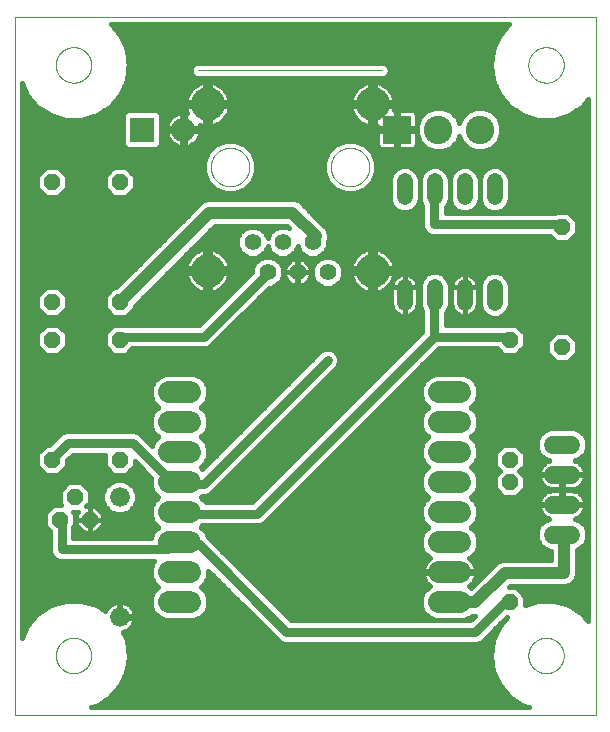
<source format=gbl>
G75*
%MOIN*%
%OFA0B0*%
%FSLAX25Y25*%
%IPPOS*%
%LPD*%
%AMOC8*
5,1,8,0,0,1.08239X$1,22.5*
%
%ADD10C,0.00000*%
%ADD11R,0.08000X0.08000*%
%ADD12C,0.08000*%
%ADD13R,0.09500X0.09500*%
%ADD14C,0.09500*%
%ADD15OC8,0.05200*%
%ADD16C,0.06000*%
%ADD17C,0.07200*%
%ADD18C,0.00039*%
%ADD19C,0.05543*%
%ADD20C,0.11220*%
%ADD21C,0.06600*%
%ADD22C,0.05200*%
%ADD23C,0.01600*%
%ADD24C,0.03000*%
%ADD25C,0.02400*%
%ADD26C,0.04000*%
D10*
X0001800Y0001800D02*
X0001800Y0234261D01*
X0195501Y0234261D01*
X0195501Y0001800D01*
X0001800Y0001800D01*
X0015579Y0021485D02*
X0015581Y0021638D01*
X0015587Y0021792D01*
X0015597Y0021945D01*
X0015611Y0022097D01*
X0015629Y0022250D01*
X0015651Y0022401D01*
X0015676Y0022552D01*
X0015706Y0022703D01*
X0015740Y0022853D01*
X0015777Y0023001D01*
X0015818Y0023149D01*
X0015863Y0023295D01*
X0015912Y0023441D01*
X0015965Y0023585D01*
X0016021Y0023727D01*
X0016081Y0023868D01*
X0016145Y0024008D01*
X0016212Y0024146D01*
X0016283Y0024282D01*
X0016358Y0024416D01*
X0016435Y0024548D01*
X0016517Y0024678D01*
X0016601Y0024806D01*
X0016689Y0024932D01*
X0016780Y0025055D01*
X0016874Y0025176D01*
X0016972Y0025294D01*
X0017072Y0025410D01*
X0017176Y0025523D01*
X0017282Y0025634D01*
X0017391Y0025742D01*
X0017503Y0025847D01*
X0017617Y0025948D01*
X0017735Y0026047D01*
X0017854Y0026143D01*
X0017976Y0026236D01*
X0018101Y0026325D01*
X0018228Y0026412D01*
X0018357Y0026494D01*
X0018488Y0026574D01*
X0018621Y0026650D01*
X0018756Y0026723D01*
X0018893Y0026792D01*
X0019032Y0026857D01*
X0019172Y0026919D01*
X0019314Y0026977D01*
X0019457Y0027032D01*
X0019602Y0027083D01*
X0019748Y0027130D01*
X0019895Y0027173D01*
X0020043Y0027212D01*
X0020192Y0027248D01*
X0020342Y0027279D01*
X0020493Y0027307D01*
X0020644Y0027331D01*
X0020797Y0027351D01*
X0020949Y0027367D01*
X0021102Y0027379D01*
X0021255Y0027387D01*
X0021408Y0027391D01*
X0021562Y0027391D01*
X0021715Y0027387D01*
X0021868Y0027379D01*
X0022021Y0027367D01*
X0022173Y0027351D01*
X0022326Y0027331D01*
X0022477Y0027307D01*
X0022628Y0027279D01*
X0022778Y0027248D01*
X0022927Y0027212D01*
X0023075Y0027173D01*
X0023222Y0027130D01*
X0023368Y0027083D01*
X0023513Y0027032D01*
X0023656Y0026977D01*
X0023798Y0026919D01*
X0023938Y0026857D01*
X0024077Y0026792D01*
X0024214Y0026723D01*
X0024349Y0026650D01*
X0024482Y0026574D01*
X0024613Y0026494D01*
X0024742Y0026412D01*
X0024869Y0026325D01*
X0024994Y0026236D01*
X0025116Y0026143D01*
X0025235Y0026047D01*
X0025353Y0025948D01*
X0025467Y0025847D01*
X0025579Y0025742D01*
X0025688Y0025634D01*
X0025794Y0025523D01*
X0025898Y0025410D01*
X0025998Y0025294D01*
X0026096Y0025176D01*
X0026190Y0025055D01*
X0026281Y0024932D01*
X0026369Y0024806D01*
X0026453Y0024678D01*
X0026535Y0024548D01*
X0026612Y0024416D01*
X0026687Y0024282D01*
X0026758Y0024146D01*
X0026825Y0024008D01*
X0026889Y0023868D01*
X0026949Y0023727D01*
X0027005Y0023585D01*
X0027058Y0023441D01*
X0027107Y0023295D01*
X0027152Y0023149D01*
X0027193Y0023001D01*
X0027230Y0022853D01*
X0027264Y0022703D01*
X0027294Y0022552D01*
X0027319Y0022401D01*
X0027341Y0022250D01*
X0027359Y0022097D01*
X0027373Y0021945D01*
X0027383Y0021792D01*
X0027389Y0021638D01*
X0027391Y0021485D01*
X0027389Y0021332D01*
X0027383Y0021178D01*
X0027373Y0021025D01*
X0027359Y0020873D01*
X0027341Y0020720D01*
X0027319Y0020569D01*
X0027294Y0020418D01*
X0027264Y0020267D01*
X0027230Y0020117D01*
X0027193Y0019969D01*
X0027152Y0019821D01*
X0027107Y0019675D01*
X0027058Y0019529D01*
X0027005Y0019385D01*
X0026949Y0019243D01*
X0026889Y0019102D01*
X0026825Y0018962D01*
X0026758Y0018824D01*
X0026687Y0018688D01*
X0026612Y0018554D01*
X0026535Y0018422D01*
X0026453Y0018292D01*
X0026369Y0018164D01*
X0026281Y0018038D01*
X0026190Y0017915D01*
X0026096Y0017794D01*
X0025998Y0017676D01*
X0025898Y0017560D01*
X0025794Y0017447D01*
X0025688Y0017336D01*
X0025579Y0017228D01*
X0025467Y0017123D01*
X0025353Y0017022D01*
X0025235Y0016923D01*
X0025116Y0016827D01*
X0024994Y0016734D01*
X0024869Y0016645D01*
X0024742Y0016558D01*
X0024613Y0016476D01*
X0024482Y0016396D01*
X0024349Y0016320D01*
X0024214Y0016247D01*
X0024077Y0016178D01*
X0023938Y0016113D01*
X0023798Y0016051D01*
X0023656Y0015993D01*
X0023513Y0015938D01*
X0023368Y0015887D01*
X0023222Y0015840D01*
X0023075Y0015797D01*
X0022927Y0015758D01*
X0022778Y0015722D01*
X0022628Y0015691D01*
X0022477Y0015663D01*
X0022326Y0015639D01*
X0022173Y0015619D01*
X0022021Y0015603D01*
X0021868Y0015591D01*
X0021715Y0015583D01*
X0021562Y0015579D01*
X0021408Y0015579D01*
X0021255Y0015583D01*
X0021102Y0015591D01*
X0020949Y0015603D01*
X0020797Y0015619D01*
X0020644Y0015639D01*
X0020493Y0015663D01*
X0020342Y0015691D01*
X0020192Y0015722D01*
X0020043Y0015758D01*
X0019895Y0015797D01*
X0019748Y0015840D01*
X0019602Y0015887D01*
X0019457Y0015938D01*
X0019314Y0015993D01*
X0019172Y0016051D01*
X0019032Y0016113D01*
X0018893Y0016178D01*
X0018756Y0016247D01*
X0018621Y0016320D01*
X0018488Y0016396D01*
X0018357Y0016476D01*
X0018228Y0016558D01*
X0018101Y0016645D01*
X0017976Y0016734D01*
X0017854Y0016827D01*
X0017735Y0016923D01*
X0017617Y0017022D01*
X0017503Y0017123D01*
X0017391Y0017228D01*
X0017282Y0017336D01*
X0017176Y0017447D01*
X0017072Y0017560D01*
X0016972Y0017676D01*
X0016874Y0017794D01*
X0016780Y0017915D01*
X0016689Y0018038D01*
X0016601Y0018164D01*
X0016517Y0018292D01*
X0016435Y0018422D01*
X0016358Y0018554D01*
X0016283Y0018688D01*
X0016212Y0018824D01*
X0016145Y0018962D01*
X0016081Y0019102D01*
X0016021Y0019243D01*
X0015965Y0019385D01*
X0015912Y0019529D01*
X0015863Y0019675D01*
X0015818Y0019821D01*
X0015777Y0019969D01*
X0015740Y0020117D01*
X0015706Y0020267D01*
X0015676Y0020418D01*
X0015651Y0020569D01*
X0015629Y0020720D01*
X0015611Y0020873D01*
X0015597Y0021025D01*
X0015587Y0021178D01*
X0015581Y0021332D01*
X0015579Y0021485D01*
X0067231Y0184300D02*
X0067233Y0184460D01*
X0067239Y0184619D01*
X0067249Y0184778D01*
X0067263Y0184937D01*
X0067281Y0185096D01*
X0067302Y0185254D01*
X0067328Y0185411D01*
X0067358Y0185568D01*
X0067391Y0185724D01*
X0067429Y0185879D01*
X0067470Y0186033D01*
X0067515Y0186186D01*
X0067564Y0186338D01*
X0067617Y0186489D01*
X0067673Y0186638D01*
X0067734Y0186786D01*
X0067797Y0186932D01*
X0067865Y0187077D01*
X0067936Y0187220D01*
X0068010Y0187361D01*
X0068088Y0187500D01*
X0068170Y0187637D01*
X0068255Y0187772D01*
X0068343Y0187905D01*
X0068435Y0188036D01*
X0068529Y0188164D01*
X0068627Y0188290D01*
X0068728Y0188414D01*
X0068832Y0188535D01*
X0068939Y0188653D01*
X0069049Y0188769D01*
X0069162Y0188882D01*
X0069278Y0188992D01*
X0069396Y0189099D01*
X0069517Y0189203D01*
X0069641Y0189304D01*
X0069767Y0189402D01*
X0069895Y0189496D01*
X0070026Y0189588D01*
X0070159Y0189676D01*
X0070294Y0189761D01*
X0070431Y0189843D01*
X0070570Y0189921D01*
X0070711Y0189995D01*
X0070854Y0190066D01*
X0070999Y0190134D01*
X0071145Y0190197D01*
X0071293Y0190258D01*
X0071442Y0190314D01*
X0071593Y0190367D01*
X0071745Y0190416D01*
X0071898Y0190461D01*
X0072052Y0190502D01*
X0072207Y0190540D01*
X0072363Y0190573D01*
X0072520Y0190603D01*
X0072677Y0190629D01*
X0072835Y0190650D01*
X0072994Y0190668D01*
X0073153Y0190682D01*
X0073312Y0190692D01*
X0073471Y0190698D01*
X0073631Y0190700D01*
X0073791Y0190698D01*
X0073950Y0190692D01*
X0074109Y0190682D01*
X0074268Y0190668D01*
X0074427Y0190650D01*
X0074585Y0190629D01*
X0074742Y0190603D01*
X0074899Y0190573D01*
X0075055Y0190540D01*
X0075210Y0190502D01*
X0075364Y0190461D01*
X0075517Y0190416D01*
X0075669Y0190367D01*
X0075820Y0190314D01*
X0075969Y0190258D01*
X0076117Y0190197D01*
X0076263Y0190134D01*
X0076408Y0190066D01*
X0076551Y0189995D01*
X0076692Y0189921D01*
X0076831Y0189843D01*
X0076968Y0189761D01*
X0077103Y0189676D01*
X0077236Y0189588D01*
X0077367Y0189496D01*
X0077495Y0189402D01*
X0077621Y0189304D01*
X0077745Y0189203D01*
X0077866Y0189099D01*
X0077984Y0188992D01*
X0078100Y0188882D01*
X0078213Y0188769D01*
X0078323Y0188653D01*
X0078430Y0188535D01*
X0078534Y0188414D01*
X0078635Y0188290D01*
X0078733Y0188164D01*
X0078827Y0188036D01*
X0078919Y0187905D01*
X0079007Y0187772D01*
X0079092Y0187637D01*
X0079174Y0187500D01*
X0079252Y0187361D01*
X0079326Y0187220D01*
X0079397Y0187077D01*
X0079465Y0186932D01*
X0079528Y0186786D01*
X0079589Y0186638D01*
X0079645Y0186489D01*
X0079698Y0186338D01*
X0079747Y0186186D01*
X0079792Y0186033D01*
X0079833Y0185879D01*
X0079871Y0185724D01*
X0079904Y0185568D01*
X0079934Y0185411D01*
X0079960Y0185254D01*
X0079981Y0185096D01*
X0079999Y0184937D01*
X0080013Y0184778D01*
X0080023Y0184619D01*
X0080029Y0184460D01*
X0080031Y0184300D01*
X0080029Y0184140D01*
X0080023Y0183981D01*
X0080013Y0183822D01*
X0079999Y0183663D01*
X0079981Y0183504D01*
X0079960Y0183346D01*
X0079934Y0183189D01*
X0079904Y0183032D01*
X0079871Y0182876D01*
X0079833Y0182721D01*
X0079792Y0182567D01*
X0079747Y0182414D01*
X0079698Y0182262D01*
X0079645Y0182111D01*
X0079589Y0181962D01*
X0079528Y0181814D01*
X0079465Y0181668D01*
X0079397Y0181523D01*
X0079326Y0181380D01*
X0079252Y0181239D01*
X0079174Y0181100D01*
X0079092Y0180963D01*
X0079007Y0180828D01*
X0078919Y0180695D01*
X0078827Y0180564D01*
X0078733Y0180436D01*
X0078635Y0180310D01*
X0078534Y0180186D01*
X0078430Y0180065D01*
X0078323Y0179947D01*
X0078213Y0179831D01*
X0078100Y0179718D01*
X0077984Y0179608D01*
X0077866Y0179501D01*
X0077745Y0179397D01*
X0077621Y0179296D01*
X0077495Y0179198D01*
X0077367Y0179104D01*
X0077236Y0179012D01*
X0077103Y0178924D01*
X0076968Y0178839D01*
X0076831Y0178757D01*
X0076692Y0178679D01*
X0076551Y0178605D01*
X0076408Y0178534D01*
X0076263Y0178466D01*
X0076117Y0178403D01*
X0075969Y0178342D01*
X0075820Y0178286D01*
X0075669Y0178233D01*
X0075517Y0178184D01*
X0075364Y0178139D01*
X0075210Y0178098D01*
X0075055Y0178060D01*
X0074899Y0178027D01*
X0074742Y0177997D01*
X0074585Y0177971D01*
X0074427Y0177950D01*
X0074268Y0177932D01*
X0074109Y0177918D01*
X0073950Y0177908D01*
X0073791Y0177902D01*
X0073631Y0177900D01*
X0073471Y0177902D01*
X0073312Y0177908D01*
X0073153Y0177918D01*
X0072994Y0177932D01*
X0072835Y0177950D01*
X0072677Y0177971D01*
X0072520Y0177997D01*
X0072363Y0178027D01*
X0072207Y0178060D01*
X0072052Y0178098D01*
X0071898Y0178139D01*
X0071745Y0178184D01*
X0071593Y0178233D01*
X0071442Y0178286D01*
X0071293Y0178342D01*
X0071145Y0178403D01*
X0070999Y0178466D01*
X0070854Y0178534D01*
X0070711Y0178605D01*
X0070570Y0178679D01*
X0070431Y0178757D01*
X0070294Y0178839D01*
X0070159Y0178924D01*
X0070026Y0179012D01*
X0069895Y0179104D01*
X0069767Y0179198D01*
X0069641Y0179296D01*
X0069517Y0179397D01*
X0069396Y0179501D01*
X0069278Y0179608D01*
X0069162Y0179718D01*
X0069049Y0179831D01*
X0068939Y0179947D01*
X0068832Y0180065D01*
X0068728Y0180186D01*
X0068627Y0180310D01*
X0068529Y0180436D01*
X0068435Y0180564D01*
X0068343Y0180695D01*
X0068255Y0180828D01*
X0068170Y0180963D01*
X0068088Y0181100D01*
X0068010Y0181239D01*
X0067936Y0181380D01*
X0067865Y0181523D01*
X0067797Y0181668D01*
X0067734Y0181814D01*
X0067673Y0181962D01*
X0067617Y0182111D01*
X0067564Y0182262D01*
X0067515Y0182414D01*
X0067470Y0182567D01*
X0067429Y0182721D01*
X0067391Y0182876D01*
X0067358Y0183032D01*
X0067328Y0183189D01*
X0067302Y0183346D01*
X0067281Y0183504D01*
X0067263Y0183663D01*
X0067249Y0183822D01*
X0067239Y0183981D01*
X0067233Y0184140D01*
X0067231Y0184300D01*
X0015579Y0218335D02*
X0015581Y0218488D01*
X0015587Y0218642D01*
X0015597Y0218795D01*
X0015611Y0218947D01*
X0015629Y0219100D01*
X0015651Y0219251D01*
X0015676Y0219402D01*
X0015706Y0219553D01*
X0015740Y0219703D01*
X0015777Y0219851D01*
X0015818Y0219999D01*
X0015863Y0220145D01*
X0015912Y0220291D01*
X0015965Y0220435D01*
X0016021Y0220577D01*
X0016081Y0220718D01*
X0016145Y0220858D01*
X0016212Y0220996D01*
X0016283Y0221132D01*
X0016358Y0221266D01*
X0016435Y0221398D01*
X0016517Y0221528D01*
X0016601Y0221656D01*
X0016689Y0221782D01*
X0016780Y0221905D01*
X0016874Y0222026D01*
X0016972Y0222144D01*
X0017072Y0222260D01*
X0017176Y0222373D01*
X0017282Y0222484D01*
X0017391Y0222592D01*
X0017503Y0222697D01*
X0017617Y0222798D01*
X0017735Y0222897D01*
X0017854Y0222993D01*
X0017976Y0223086D01*
X0018101Y0223175D01*
X0018228Y0223262D01*
X0018357Y0223344D01*
X0018488Y0223424D01*
X0018621Y0223500D01*
X0018756Y0223573D01*
X0018893Y0223642D01*
X0019032Y0223707D01*
X0019172Y0223769D01*
X0019314Y0223827D01*
X0019457Y0223882D01*
X0019602Y0223933D01*
X0019748Y0223980D01*
X0019895Y0224023D01*
X0020043Y0224062D01*
X0020192Y0224098D01*
X0020342Y0224129D01*
X0020493Y0224157D01*
X0020644Y0224181D01*
X0020797Y0224201D01*
X0020949Y0224217D01*
X0021102Y0224229D01*
X0021255Y0224237D01*
X0021408Y0224241D01*
X0021562Y0224241D01*
X0021715Y0224237D01*
X0021868Y0224229D01*
X0022021Y0224217D01*
X0022173Y0224201D01*
X0022326Y0224181D01*
X0022477Y0224157D01*
X0022628Y0224129D01*
X0022778Y0224098D01*
X0022927Y0224062D01*
X0023075Y0224023D01*
X0023222Y0223980D01*
X0023368Y0223933D01*
X0023513Y0223882D01*
X0023656Y0223827D01*
X0023798Y0223769D01*
X0023938Y0223707D01*
X0024077Y0223642D01*
X0024214Y0223573D01*
X0024349Y0223500D01*
X0024482Y0223424D01*
X0024613Y0223344D01*
X0024742Y0223262D01*
X0024869Y0223175D01*
X0024994Y0223086D01*
X0025116Y0222993D01*
X0025235Y0222897D01*
X0025353Y0222798D01*
X0025467Y0222697D01*
X0025579Y0222592D01*
X0025688Y0222484D01*
X0025794Y0222373D01*
X0025898Y0222260D01*
X0025998Y0222144D01*
X0026096Y0222026D01*
X0026190Y0221905D01*
X0026281Y0221782D01*
X0026369Y0221656D01*
X0026453Y0221528D01*
X0026535Y0221398D01*
X0026612Y0221266D01*
X0026687Y0221132D01*
X0026758Y0220996D01*
X0026825Y0220858D01*
X0026889Y0220718D01*
X0026949Y0220577D01*
X0027005Y0220435D01*
X0027058Y0220291D01*
X0027107Y0220145D01*
X0027152Y0219999D01*
X0027193Y0219851D01*
X0027230Y0219703D01*
X0027264Y0219553D01*
X0027294Y0219402D01*
X0027319Y0219251D01*
X0027341Y0219100D01*
X0027359Y0218947D01*
X0027373Y0218795D01*
X0027383Y0218642D01*
X0027389Y0218488D01*
X0027391Y0218335D01*
X0027389Y0218182D01*
X0027383Y0218028D01*
X0027373Y0217875D01*
X0027359Y0217723D01*
X0027341Y0217570D01*
X0027319Y0217419D01*
X0027294Y0217268D01*
X0027264Y0217117D01*
X0027230Y0216967D01*
X0027193Y0216819D01*
X0027152Y0216671D01*
X0027107Y0216525D01*
X0027058Y0216379D01*
X0027005Y0216235D01*
X0026949Y0216093D01*
X0026889Y0215952D01*
X0026825Y0215812D01*
X0026758Y0215674D01*
X0026687Y0215538D01*
X0026612Y0215404D01*
X0026535Y0215272D01*
X0026453Y0215142D01*
X0026369Y0215014D01*
X0026281Y0214888D01*
X0026190Y0214765D01*
X0026096Y0214644D01*
X0025998Y0214526D01*
X0025898Y0214410D01*
X0025794Y0214297D01*
X0025688Y0214186D01*
X0025579Y0214078D01*
X0025467Y0213973D01*
X0025353Y0213872D01*
X0025235Y0213773D01*
X0025116Y0213677D01*
X0024994Y0213584D01*
X0024869Y0213495D01*
X0024742Y0213408D01*
X0024613Y0213326D01*
X0024482Y0213246D01*
X0024349Y0213170D01*
X0024214Y0213097D01*
X0024077Y0213028D01*
X0023938Y0212963D01*
X0023798Y0212901D01*
X0023656Y0212843D01*
X0023513Y0212788D01*
X0023368Y0212737D01*
X0023222Y0212690D01*
X0023075Y0212647D01*
X0022927Y0212608D01*
X0022778Y0212572D01*
X0022628Y0212541D01*
X0022477Y0212513D01*
X0022326Y0212489D01*
X0022173Y0212469D01*
X0022021Y0212453D01*
X0021868Y0212441D01*
X0021715Y0212433D01*
X0021562Y0212429D01*
X0021408Y0212429D01*
X0021255Y0212433D01*
X0021102Y0212441D01*
X0020949Y0212453D01*
X0020797Y0212469D01*
X0020644Y0212489D01*
X0020493Y0212513D01*
X0020342Y0212541D01*
X0020192Y0212572D01*
X0020043Y0212608D01*
X0019895Y0212647D01*
X0019748Y0212690D01*
X0019602Y0212737D01*
X0019457Y0212788D01*
X0019314Y0212843D01*
X0019172Y0212901D01*
X0019032Y0212963D01*
X0018893Y0213028D01*
X0018756Y0213097D01*
X0018621Y0213170D01*
X0018488Y0213246D01*
X0018357Y0213326D01*
X0018228Y0213408D01*
X0018101Y0213495D01*
X0017976Y0213584D01*
X0017854Y0213677D01*
X0017735Y0213773D01*
X0017617Y0213872D01*
X0017503Y0213973D01*
X0017391Y0214078D01*
X0017282Y0214186D01*
X0017176Y0214297D01*
X0017072Y0214410D01*
X0016972Y0214526D01*
X0016874Y0214644D01*
X0016780Y0214765D01*
X0016689Y0214888D01*
X0016601Y0215014D01*
X0016517Y0215142D01*
X0016435Y0215272D01*
X0016358Y0215404D01*
X0016283Y0215538D01*
X0016212Y0215674D01*
X0016145Y0215812D01*
X0016081Y0215952D01*
X0016021Y0216093D01*
X0015965Y0216235D01*
X0015912Y0216379D01*
X0015863Y0216525D01*
X0015818Y0216671D01*
X0015777Y0216819D01*
X0015740Y0216967D01*
X0015706Y0217117D01*
X0015676Y0217268D01*
X0015651Y0217419D01*
X0015629Y0217570D01*
X0015611Y0217723D01*
X0015597Y0217875D01*
X0015587Y0218028D01*
X0015581Y0218182D01*
X0015579Y0218335D01*
X0107231Y0184300D02*
X0107233Y0184460D01*
X0107239Y0184619D01*
X0107249Y0184778D01*
X0107263Y0184937D01*
X0107281Y0185096D01*
X0107302Y0185254D01*
X0107328Y0185411D01*
X0107358Y0185568D01*
X0107391Y0185724D01*
X0107429Y0185879D01*
X0107470Y0186033D01*
X0107515Y0186186D01*
X0107564Y0186338D01*
X0107617Y0186489D01*
X0107673Y0186638D01*
X0107734Y0186786D01*
X0107797Y0186932D01*
X0107865Y0187077D01*
X0107936Y0187220D01*
X0108010Y0187361D01*
X0108088Y0187500D01*
X0108170Y0187637D01*
X0108255Y0187772D01*
X0108343Y0187905D01*
X0108435Y0188036D01*
X0108529Y0188164D01*
X0108627Y0188290D01*
X0108728Y0188414D01*
X0108832Y0188535D01*
X0108939Y0188653D01*
X0109049Y0188769D01*
X0109162Y0188882D01*
X0109278Y0188992D01*
X0109396Y0189099D01*
X0109517Y0189203D01*
X0109641Y0189304D01*
X0109767Y0189402D01*
X0109895Y0189496D01*
X0110026Y0189588D01*
X0110159Y0189676D01*
X0110294Y0189761D01*
X0110431Y0189843D01*
X0110570Y0189921D01*
X0110711Y0189995D01*
X0110854Y0190066D01*
X0110999Y0190134D01*
X0111145Y0190197D01*
X0111293Y0190258D01*
X0111442Y0190314D01*
X0111593Y0190367D01*
X0111745Y0190416D01*
X0111898Y0190461D01*
X0112052Y0190502D01*
X0112207Y0190540D01*
X0112363Y0190573D01*
X0112520Y0190603D01*
X0112677Y0190629D01*
X0112835Y0190650D01*
X0112994Y0190668D01*
X0113153Y0190682D01*
X0113312Y0190692D01*
X0113471Y0190698D01*
X0113631Y0190700D01*
X0113791Y0190698D01*
X0113950Y0190692D01*
X0114109Y0190682D01*
X0114268Y0190668D01*
X0114427Y0190650D01*
X0114585Y0190629D01*
X0114742Y0190603D01*
X0114899Y0190573D01*
X0115055Y0190540D01*
X0115210Y0190502D01*
X0115364Y0190461D01*
X0115517Y0190416D01*
X0115669Y0190367D01*
X0115820Y0190314D01*
X0115969Y0190258D01*
X0116117Y0190197D01*
X0116263Y0190134D01*
X0116408Y0190066D01*
X0116551Y0189995D01*
X0116692Y0189921D01*
X0116831Y0189843D01*
X0116968Y0189761D01*
X0117103Y0189676D01*
X0117236Y0189588D01*
X0117367Y0189496D01*
X0117495Y0189402D01*
X0117621Y0189304D01*
X0117745Y0189203D01*
X0117866Y0189099D01*
X0117984Y0188992D01*
X0118100Y0188882D01*
X0118213Y0188769D01*
X0118323Y0188653D01*
X0118430Y0188535D01*
X0118534Y0188414D01*
X0118635Y0188290D01*
X0118733Y0188164D01*
X0118827Y0188036D01*
X0118919Y0187905D01*
X0119007Y0187772D01*
X0119092Y0187637D01*
X0119174Y0187500D01*
X0119252Y0187361D01*
X0119326Y0187220D01*
X0119397Y0187077D01*
X0119465Y0186932D01*
X0119528Y0186786D01*
X0119589Y0186638D01*
X0119645Y0186489D01*
X0119698Y0186338D01*
X0119747Y0186186D01*
X0119792Y0186033D01*
X0119833Y0185879D01*
X0119871Y0185724D01*
X0119904Y0185568D01*
X0119934Y0185411D01*
X0119960Y0185254D01*
X0119981Y0185096D01*
X0119999Y0184937D01*
X0120013Y0184778D01*
X0120023Y0184619D01*
X0120029Y0184460D01*
X0120031Y0184300D01*
X0120029Y0184140D01*
X0120023Y0183981D01*
X0120013Y0183822D01*
X0119999Y0183663D01*
X0119981Y0183504D01*
X0119960Y0183346D01*
X0119934Y0183189D01*
X0119904Y0183032D01*
X0119871Y0182876D01*
X0119833Y0182721D01*
X0119792Y0182567D01*
X0119747Y0182414D01*
X0119698Y0182262D01*
X0119645Y0182111D01*
X0119589Y0181962D01*
X0119528Y0181814D01*
X0119465Y0181668D01*
X0119397Y0181523D01*
X0119326Y0181380D01*
X0119252Y0181239D01*
X0119174Y0181100D01*
X0119092Y0180963D01*
X0119007Y0180828D01*
X0118919Y0180695D01*
X0118827Y0180564D01*
X0118733Y0180436D01*
X0118635Y0180310D01*
X0118534Y0180186D01*
X0118430Y0180065D01*
X0118323Y0179947D01*
X0118213Y0179831D01*
X0118100Y0179718D01*
X0117984Y0179608D01*
X0117866Y0179501D01*
X0117745Y0179397D01*
X0117621Y0179296D01*
X0117495Y0179198D01*
X0117367Y0179104D01*
X0117236Y0179012D01*
X0117103Y0178924D01*
X0116968Y0178839D01*
X0116831Y0178757D01*
X0116692Y0178679D01*
X0116551Y0178605D01*
X0116408Y0178534D01*
X0116263Y0178466D01*
X0116117Y0178403D01*
X0115969Y0178342D01*
X0115820Y0178286D01*
X0115669Y0178233D01*
X0115517Y0178184D01*
X0115364Y0178139D01*
X0115210Y0178098D01*
X0115055Y0178060D01*
X0114899Y0178027D01*
X0114742Y0177997D01*
X0114585Y0177971D01*
X0114427Y0177950D01*
X0114268Y0177932D01*
X0114109Y0177918D01*
X0113950Y0177908D01*
X0113791Y0177902D01*
X0113631Y0177900D01*
X0113471Y0177902D01*
X0113312Y0177908D01*
X0113153Y0177918D01*
X0112994Y0177932D01*
X0112835Y0177950D01*
X0112677Y0177971D01*
X0112520Y0177997D01*
X0112363Y0178027D01*
X0112207Y0178060D01*
X0112052Y0178098D01*
X0111898Y0178139D01*
X0111745Y0178184D01*
X0111593Y0178233D01*
X0111442Y0178286D01*
X0111293Y0178342D01*
X0111145Y0178403D01*
X0110999Y0178466D01*
X0110854Y0178534D01*
X0110711Y0178605D01*
X0110570Y0178679D01*
X0110431Y0178757D01*
X0110294Y0178839D01*
X0110159Y0178924D01*
X0110026Y0179012D01*
X0109895Y0179104D01*
X0109767Y0179198D01*
X0109641Y0179296D01*
X0109517Y0179397D01*
X0109396Y0179501D01*
X0109278Y0179608D01*
X0109162Y0179718D01*
X0109049Y0179831D01*
X0108939Y0179947D01*
X0108832Y0180065D01*
X0108728Y0180186D01*
X0108627Y0180310D01*
X0108529Y0180436D01*
X0108435Y0180564D01*
X0108343Y0180695D01*
X0108255Y0180828D01*
X0108170Y0180963D01*
X0108088Y0181100D01*
X0108010Y0181239D01*
X0107936Y0181380D01*
X0107865Y0181523D01*
X0107797Y0181668D01*
X0107734Y0181814D01*
X0107673Y0181962D01*
X0107617Y0182111D01*
X0107564Y0182262D01*
X0107515Y0182414D01*
X0107470Y0182567D01*
X0107429Y0182721D01*
X0107391Y0182876D01*
X0107358Y0183032D01*
X0107328Y0183189D01*
X0107302Y0183346D01*
X0107281Y0183504D01*
X0107263Y0183663D01*
X0107249Y0183822D01*
X0107239Y0183981D01*
X0107233Y0184140D01*
X0107231Y0184300D01*
X0173059Y0218335D02*
X0173061Y0218488D01*
X0173067Y0218642D01*
X0173077Y0218795D01*
X0173091Y0218947D01*
X0173109Y0219100D01*
X0173131Y0219251D01*
X0173156Y0219402D01*
X0173186Y0219553D01*
X0173220Y0219703D01*
X0173257Y0219851D01*
X0173298Y0219999D01*
X0173343Y0220145D01*
X0173392Y0220291D01*
X0173445Y0220435D01*
X0173501Y0220577D01*
X0173561Y0220718D01*
X0173625Y0220858D01*
X0173692Y0220996D01*
X0173763Y0221132D01*
X0173838Y0221266D01*
X0173915Y0221398D01*
X0173997Y0221528D01*
X0174081Y0221656D01*
X0174169Y0221782D01*
X0174260Y0221905D01*
X0174354Y0222026D01*
X0174452Y0222144D01*
X0174552Y0222260D01*
X0174656Y0222373D01*
X0174762Y0222484D01*
X0174871Y0222592D01*
X0174983Y0222697D01*
X0175097Y0222798D01*
X0175215Y0222897D01*
X0175334Y0222993D01*
X0175456Y0223086D01*
X0175581Y0223175D01*
X0175708Y0223262D01*
X0175837Y0223344D01*
X0175968Y0223424D01*
X0176101Y0223500D01*
X0176236Y0223573D01*
X0176373Y0223642D01*
X0176512Y0223707D01*
X0176652Y0223769D01*
X0176794Y0223827D01*
X0176937Y0223882D01*
X0177082Y0223933D01*
X0177228Y0223980D01*
X0177375Y0224023D01*
X0177523Y0224062D01*
X0177672Y0224098D01*
X0177822Y0224129D01*
X0177973Y0224157D01*
X0178124Y0224181D01*
X0178277Y0224201D01*
X0178429Y0224217D01*
X0178582Y0224229D01*
X0178735Y0224237D01*
X0178888Y0224241D01*
X0179042Y0224241D01*
X0179195Y0224237D01*
X0179348Y0224229D01*
X0179501Y0224217D01*
X0179653Y0224201D01*
X0179806Y0224181D01*
X0179957Y0224157D01*
X0180108Y0224129D01*
X0180258Y0224098D01*
X0180407Y0224062D01*
X0180555Y0224023D01*
X0180702Y0223980D01*
X0180848Y0223933D01*
X0180993Y0223882D01*
X0181136Y0223827D01*
X0181278Y0223769D01*
X0181418Y0223707D01*
X0181557Y0223642D01*
X0181694Y0223573D01*
X0181829Y0223500D01*
X0181962Y0223424D01*
X0182093Y0223344D01*
X0182222Y0223262D01*
X0182349Y0223175D01*
X0182474Y0223086D01*
X0182596Y0222993D01*
X0182715Y0222897D01*
X0182833Y0222798D01*
X0182947Y0222697D01*
X0183059Y0222592D01*
X0183168Y0222484D01*
X0183274Y0222373D01*
X0183378Y0222260D01*
X0183478Y0222144D01*
X0183576Y0222026D01*
X0183670Y0221905D01*
X0183761Y0221782D01*
X0183849Y0221656D01*
X0183933Y0221528D01*
X0184015Y0221398D01*
X0184092Y0221266D01*
X0184167Y0221132D01*
X0184238Y0220996D01*
X0184305Y0220858D01*
X0184369Y0220718D01*
X0184429Y0220577D01*
X0184485Y0220435D01*
X0184538Y0220291D01*
X0184587Y0220145D01*
X0184632Y0219999D01*
X0184673Y0219851D01*
X0184710Y0219703D01*
X0184744Y0219553D01*
X0184774Y0219402D01*
X0184799Y0219251D01*
X0184821Y0219100D01*
X0184839Y0218947D01*
X0184853Y0218795D01*
X0184863Y0218642D01*
X0184869Y0218488D01*
X0184871Y0218335D01*
X0184869Y0218182D01*
X0184863Y0218028D01*
X0184853Y0217875D01*
X0184839Y0217723D01*
X0184821Y0217570D01*
X0184799Y0217419D01*
X0184774Y0217268D01*
X0184744Y0217117D01*
X0184710Y0216967D01*
X0184673Y0216819D01*
X0184632Y0216671D01*
X0184587Y0216525D01*
X0184538Y0216379D01*
X0184485Y0216235D01*
X0184429Y0216093D01*
X0184369Y0215952D01*
X0184305Y0215812D01*
X0184238Y0215674D01*
X0184167Y0215538D01*
X0184092Y0215404D01*
X0184015Y0215272D01*
X0183933Y0215142D01*
X0183849Y0215014D01*
X0183761Y0214888D01*
X0183670Y0214765D01*
X0183576Y0214644D01*
X0183478Y0214526D01*
X0183378Y0214410D01*
X0183274Y0214297D01*
X0183168Y0214186D01*
X0183059Y0214078D01*
X0182947Y0213973D01*
X0182833Y0213872D01*
X0182715Y0213773D01*
X0182596Y0213677D01*
X0182474Y0213584D01*
X0182349Y0213495D01*
X0182222Y0213408D01*
X0182093Y0213326D01*
X0181962Y0213246D01*
X0181829Y0213170D01*
X0181694Y0213097D01*
X0181557Y0213028D01*
X0181418Y0212963D01*
X0181278Y0212901D01*
X0181136Y0212843D01*
X0180993Y0212788D01*
X0180848Y0212737D01*
X0180702Y0212690D01*
X0180555Y0212647D01*
X0180407Y0212608D01*
X0180258Y0212572D01*
X0180108Y0212541D01*
X0179957Y0212513D01*
X0179806Y0212489D01*
X0179653Y0212469D01*
X0179501Y0212453D01*
X0179348Y0212441D01*
X0179195Y0212433D01*
X0179042Y0212429D01*
X0178888Y0212429D01*
X0178735Y0212433D01*
X0178582Y0212441D01*
X0178429Y0212453D01*
X0178277Y0212469D01*
X0178124Y0212489D01*
X0177973Y0212513D01*
X0177822Y0212541D01*
X0177672Y0212572D01*
X0177523Y0212608D01*
X0177375Y0212647D01*
X0177228Y0212690D01*
X0177082Y0212737D01*
X0176937Y0212788D01*
X0176794Y0212843D01*
X0176652Y0212901D01*
X0176512Y0212963D01*
X0176373Y0213028D01*
X0176236Y0213097D01*
X0176101Y0213170D01*
X0175968Y0213246D01*
X0175837Y0213326D01*
X0175708Y0213408D01*
X0175581Y0213495D01*
X0175456Y0213584D01*
X0175334Y0213677D01*
X0175215Y0213773D01*
X0175097Y0213872D01*
X0174983Y0213973D01*
X0174871Y0214078D01*
X0174762Y0214186D01*
X0174656Y0214297D01*
X0174552Y0214410D01*
X0174452Y0214526D01*
X0174354Y0214644D01*
X0174260Y0214765D01*
X0174169Y0214888D01*
X0174081Y0215014D01*
X0173997Y0215142D01*
X0173915Y0215272D01*
X0173838Y0215404D01*
X0173763Y0215538D01*
X0173692Y0215674D01*
X0173625Y0215812D01*
X0173561Y0215952D01*
X0173501Y0216093D01*
X0173445Y0216235D01*
X0173392Y0216379D01*
X0173343Y0216525D01*
X0173298Y0216671D01*
X0173257Y0216819D01*
X0173220Y0216967D01*
X0173186Y0217117D01*
X0173156Y0217268D01*
X0173131Y0217419D01*
X0173109Y0217570D01*
X0173091Y0217723D01*
X0173077Y0217875D01*
X0173067Y0218028D01*
X0173061Y0218182D01*
X0173059Y0218335D01*
X0173059Y0021485D02*
X0173061Y0021638D01*
X0173067Y0021792D01*
X0173077Y0021945D01*
X0173091Y0022097D01*
X0173109Y0022250D01*
X0173131Y0022401D01*
X0173156Y0022552D01*
X0173186Y0022703D01*
X0173220Y0022853D01*
X0173257Y0023001D01*
X0173298Y0023149D01*
X0173343Y0023295D01*
X0173392Y0023441D01*
X0173445Y0023585D01*
X0173501Y0023727D01*
X0173561Y0023868D01*
X0173625Y0024008D01*
X0173692Y0024146D01*
X0173763Y0024282D01*
X0173838Y0024416D01*
X0173915Y0024548D01*
X0173997Y0024678D01*
X0174081Y0024806D01*
X0174169Y0024932D01*
X0174260Y0025055D01*
X0174354Y0025176D01*
X0174452Y0025294D01*
X0174552Y0025410D01*
X0174656Y0025523D01*
X0174762Y0025634D01*
X0174871Y0025742D01*
X0174983Y0025847D01*
X0175097Y0025948D01*
X0175215Y0026047D01*
X0175334Y0026143D01*
X0175456Y0026236D01*
X0175581Y0026325D01*
X0175708Y0026412D01*
X0175837Y0026494D01*
X0175968Y0026574D01*
X0176101Y0026650D01*
X0176236Y0026723D01*
X0176373Y0026792D01*
X0176512Y0026857D01*
X0176652Y0026919D01*
X0176794Y0026977D01*
X0176937Y0027032D01*
X0177082Y0027083D01*
X0177228Y0027130D01*
X0177375Y0027173D01*
X0177523Y0027212D01*
X0177672Y0027248D01*
X0177822Y0027279D01*
X0177973Y0027307D01*
X0178124Y0027331D01*
X0178277Y0027351D01*
X0178429Y0027367D01*
X0178582Y0027379D01*
X0178735Y0027387D01*
X0178888Y0027391D01*
X0179042Y0027391D01*
X0179195Y0027387D01*
X0179348Y0027379D01*
X0179501Y0027367D01*
X0179653Y0027351D01*
X0179806Y0027331D01*
X0179957Y0027307D01*
X0180108Y0027279D01*
X0180258Y0027248D01*
X0180407Y0027212D01*
X0180555Y0027173D01*
X0180702Y0027130D01*
X0180848Y0027083D01*
X0180993Y0027032D01*
X0181136Y0026977D01*
X0181278Y0026919D01*
X0181418Y0026857D01*
X0181557Y0026792D01*
X0181694Y0026723D01*
X0181829Y0026650D01*
X0181962Y0026574D01*
X0182093Y0026494D01*
X0182222Y0026412D01*
X0182349Y0026325D01*
X0182474Y0026236D01*
X0182596Y0026143D01*
X0182715Y0026047D01*
X0182833Y0025948D01*
X0182947Y0025847D01*
X0183059Y0025742D01*
X0183168Y0025634D01*
X0183274Y0025523D01*
X0183378Y0025410D01*
X0183478Y0025294D01*
X0183576Y0025176D01*
X0183670Y0025055D01*
X0183761Y0024932D01*
X0183849Y0024806D01*
X0183933Y0024678D01*
X0184015Y0024548D01*
X0184092Y0024416D01*
X0184167Y0024282D01*
X0184238Y0024146D01*
X0184305Y0024008D01*
X0184369Y0023868D01*
X0184429Y0023727D01*
X0184485Y0023585D01*
X0184538Y0023441D01*
X0184587Y0023295D01*
X0184632Y0023149D01*
X0184673Y0023001D01*
X0184710Y0022853D01*
X0184744Y0022703D01*
X0184774Y0022552D01*
X0184799Y0022401D01*
X0184821Y0022250D01*
X0184839Y0022097D01*
X0184853Y0021945D01*
X0184863Y0021792D01*
X0184869Y0021638D01*
X0184871Y0021485D01*
X0184869Y0021332D01*
X0184863Y0021178D01*
X0184853Y0021025D01*
X0184839Y0020873D01*
X0184821Y0020720D01*
X0184799Y0020569D01*
X0184774Y0020418D01*
X0184744Y0020267D01*
X0184710Y0020117D01*
X0184673Y0019969D01*
X0184632Y0019821D01*
X0184587Y0019675D01*
X0184538Y0019529D01*
X0184485Y0019385D01*
X0184429Y0019243D01*
X0184369Y0019102D01*
X0184305Y0018962D01*
X0184238Y0018824D01*
X0184167Y0018688D01*
X0184092Y0018554D01*
X0184015Y0018422D01*
X0183933Y0018292D01*
X0183849Y0018164D01*
X0183761Y0018038D01*
X0183670Y0017915D01*
X0183576Y0017794D01*
X0183478Y0017676D01*
X0183378Y0017560D01*
X0183274Y0017447D01*
X0183168Y0017336D01*
X0183059Y0017228D01*
X0182947Y0017123D01*
X0182833Y0017022D01*
X0182715Y0016923D01*
X0182596Y0016827D01*
X0182474Y0016734D01*
X0182349Y0016645D01*
X0182222Y0016558D01*
X0182093Y0016476D01*
X0181962Y0016396D01*
X0181829Y0016320D01*
X0181694Y0016247D01*
X0181557Y0016178D01*
X0181418Y0016113D01*
X0181278Y0016051D01*
X0181136Y0015993D01*
X0180993Y0015938D01*
X0180848Y0015887D01*
X0180702Y0015840D01*
X0180555Y0015797D01*
X0180407Y0015758D01*
X0180258Y0015722D01*
X0180108Y0015691D01*
X0179957Y0015663D01*
X0179806Y0015639D01*
X0179653Y0015619D01*
X0179501Y0015603D01*
X0179348Y0015591D01*
X0179195Y0015583D01*
X0179042Y0015579D01*
X0178888Y0015579D01*
X0178735Y0015583D01*
X0178582Y0015591D01*
X0178429Y0015603D01*
X0178277Y0015619D01*
X0178124Y0015639D01*
X0177973Y0015663D01*
X0177822Y0015691D01*
X0177672Y0015722D01*
X0177523Y0015758D01*
X0177375Y0015797D01*
X0177228Y0015840D01*
X0177082Y0015887D01*
X0176937Y0015938D01*
X0176794Y0015993D01*
X0176652Y0016051D01*
X0176512Y0016113D01*
X0176373Y0016178D01*
X0176236Y0016247D01*
X0176101Y0016320D01*
X0175968Y0016396D01*
X0175837Y0016476D01*
X0175708Y0016558D01*
X0175581Y0016645D01*
X0175456Y0016734D01*
X0175334Y0016827D01*
X0175215Y0016923D01*
X0175097Y0017022D01*
X0174983Y0017123D01*
X0174871Y0017228D01*
X0174762Y0017336D01*
X0174656Y0017447D01*
X0174552Y0017560D01*
X0174452Y0017676D01*
X0174354Y0017794D01*
X0174260Y0017915D01*
X0174169Y0018038D01*
X0174081Y0018164D01*
X0173997Y0018292D01*
X0173915Y0018422D01*
X0173838Y0018554D01*
X0173763Y0018688D01*
X0173692Y0018824D01*
X0173625Y0018962D01*
X0173561Y0019102D01*
X0173501Y0019243D01*
X0173445Y0019385D01*
X0173392Y0019529D01*
X0173343Y0019675D01*
X0173298Y0019821D01*
X0173257Y0019969D01*
X0173220Y0020117D01*
X0173186Y0020267D01*
X0173156Y0020418D01*
X0173131Y0020569D01*
X0173109Y0020720D01*
X0173091Y0020873D01*
X0173077Y0021025D01*
X0173067Y0021178D01*
X0173061Y0021332D01*
X0173059Y0021485D01*
D11*
X0044300Y0196800D03*
D12*
X0058080Y0196800D03*
D13*
X0129300Y0196800D03*
D14*
X0143080Y0196800D03*
X0156859Y0196800D03*
D15*
X0184300Y0164300D03*
X0166800Y0126800D03*
X0184300Y0124300D03*
X0166800Y0086800D03*
X0166800Y0079300D03*
X0166800Y0039300D03*
X0036800Y0086800D03*
X0021800Y0074300D03*
X0016800Y0066800D03*
X0026800Y0066800D03*
X0014300Y0086800D03*
X0014300Y0126800D03*
X0014300Y0139300D03*
X0036800Y0139300D03*
X0036800Y0126800D03*
X0036800Y0179300D03*
X0014300Y0179300D03*
D16*
X0181300Y0091800D02*
X0187300Y0091800D01*
X0187300Y0081800D02*
X0181300Y0081800D01*
X0181300Y0071800D02*
X0187300Y0071800D01*
X0187300Y0061800D02*
X0181300Y0061800D01*
D17*
X0150400Y0059300D02*
X0143200Y0059300D01*
X0143200Y0069300D02*
X0150400Y0069300D01*
X0150400Y0079300D02*
X0143200Y0079300D01*
X0143200Y0089300D02*
X0150400Y0089300D01*
X0150400Y0099300D02*
X0143200Y0099300D01*
X0143200Y0109300D02*
X0150400Y0109300D01*
X0150400Y0049300D02*
X0143200Y0049300D01*
X0143200Y0039300D02*
X0150400Y0039300D01*
X0060400Y0039300D02*
X0053200Y0039300D01*
X0053200Y0049300D02*
X0060400Y0049300D01*
X0060400Y0059300D02*
X0053200Y0059300D01*
X0053200Y0069300D02*
X0060400Y0069300D01*
X0060400Y0079300D02*
X0053200Y0079300D01*
X0053200Y0089300D02*
X0060400Y0089300D01*
X0060400Y0099300D02*
X0053200Y0099300D01*
X0053200Y0109300D02*
X0060400Y0109300D01*
D18*
X0062881Y0216505D02*
X0124381Y0216505D01*
D19*
X0101131Y0159300D03*
X0106131Y0149300D03*
X0096131Y0149300D03*
X0091131Y0159300D03*
X0086131Y0149300D03*
X0081131Y0159300D03*
D20*
X0066131Y0149800D03*
X0066131Y0205300D03*
X0121131Y0205300D03*
X0121131Y0149800D03*
D21*
X0036800Y0074300D03*
X0036800Y0034300D03*
D22*
X0131800Y0139100D02*
X0131800Y0144300D01*
X0141800Y0144300D02*
X0141800Y0139100D01*
X0151800Y0139100D02*
X0151800Y0144300D01*
X0161800Y0144300D02*
X0161800Y0139100D01*
X0161800Y0174300D02*
X0161800Y0179500D01*
X0151800Y0179500D02*
X0151800Y0174300D01*
X0141800Y0174300D02*
X0141800Y0179500D01*
X0131800Y0179500D02*
X0131800Y0174300D01*
D23*
X0134632Y0170061D02*
X0136039Y0171468D01*
X0136800Y0173305D01*
X0136800Y0180495D01*
X0136039Y0182332D01*
X0134632Y0183739D01*
X0132795Y0184500D01*
X0130805Y0184500D01*
X0128968Y0183739D01*
X0127561Y0182332D01*
X0126800Y0180495D01*
X0126800Y0173305D01*
X0127561Y0171468D01*
X0128968Y0170061D01*
X0130805Y0169300D01*
X0132795Y0169300D01*
X0134632Y0170061D01*
X0133624Y0169644D02*
X0137664Y0169644D01*
X0137664Y0171242D02*
X0135813Y0171242D01*
X0137561Y0171468D02*
X0136800Y0173305D01*
X0136800Y0180495D01*
X0137561Y0182332D01*
X0138968Y0183739D01*
X0140805Y0184500D01*
X0142795Y0184500D01*
X0144632Y0183739D01*
X0146039Y0182332D01*
X0146800Y0180495D01*
X0146800Y0173305D01*
X0146039Y0171468D01*
X0145464Y0170893D01*
X0145464Y0169086D01*
X0182015Y0169086D01*
X0182229Y0169300D01*
X0186371Y0169300D01*
X0189300Y0166371D01*
X0189300Y0162229D01*
X0186371Y0159300D01*
X0182229Y0159300D01*
X0180243Y0161286D01*
X0140788Y0161286D01*
X0139355Y0161880D01*
X0138258Y0162977D01*
X0137664Y0164410D01*
X0137664Y0171365D01*
X0137561Y0171468D01*
X0136992Y0172841D02*
X0136607Y0172841D01*
X0136800Y0174439D02*
X0136800Y0174439D01*
X0136800Y0176038D02*
X0136800Y0176038D01*
X0136800Y0177636D02*
X0136800Y0177636D01*
X0136800Y0179235D02*
X0136800Y0179235D01*
X0136660Y0180833D02*
X0136940Y0180833D01*
X0137661Y0182432D02*
X0135939Y0182432D01*
X0133929Y0184030D02*
X0139671Y0184030D01*
X0143929Y0184030D02*
X0149671Y0184030D01*
X0148968Y0183739D02*
X0147561Y0182332D01*
X0146800Y0180495D01*
X0146800Y0173305D01*
X0147561Y0171468D01*
X0148968Y0170061D01*
X0150805Y0169300D01*
X0152795Y0169300D01*
X0154632Y0170061D01*
X0156039Y0171468D01*
X0156800Y0173305D01*
X0157561Y0171468D01*
X0158968Y0170061D01*
X0160805Y0169300D01*
X0162795Y0169300D01*
X0164632Y0170061D01*
X0166039Y0171468D01*
X0166800Y0173305D01*
X0166800Y0180495D01*
X0166039Y0182332D01*
X0164632Y0183739D01*
X0162795Y0184500D01*
X0160805Y0184500D01*
X0158968Y0183739D01*
X0157561Y0182332D01*
X0156800Y0180495D01*
X0156800Y0173305D01*
X0156800Y0180495D01*
X0156039Y0182332D01*
X0154632Y0183739D01*
X0152795Y0184500D01*
X0150805Y0184500D01*
X0148968Y0183739D01*
X0147661Y0182432D02*
X0145939Y0182432D01*
X0146660Y0180833D02*
X0146940Y0180833D01*
X0146800Y0179235D02*
X0146800Y0179235D01*
X0146800Y0177636D02*
X0146800Y0177636D01*
X0146800Y0176038D02*
X0146800Y0176038D01*
X0146800Y0174439D02*
X0146800Y0174439D01*
X0146607Y0172841D02*
X0146992Y0172841D01*
X0147787Y0171242D02*
X0145813Y0171242D01*
X0145464Y0169644D02*
X0149976Y0169644D01*
X0153624Y0169644D02*
X0159976Y0169644D01*
X0157787Y0171242D02*
X0155813Y0171242D01*
X0156607Y0172841D02*
X0156992Y0172841D01*
X0156800Y0174439D02*
X0156800Y0174439D01*
X0156800Y0176038D02*
X0156800Y0176038D01*
X0156800Y0177636D02*
X0156800Y0177636D01*
X0156800Y0179235D02*
X0156800Y0179235D01*
X0156660Y0180833D02*
X0156940Y0180833D01*
X0157661Y0182432D02*
X0155939Y0182432D01*
X0153929Y0184030D02*
X0159671Y0184030D01*
X0163929Y0184030D02*
X0193101Y0184030D01*
X0193101Y0182432D02*
X0165939Y0182432D01*
X0166660Y0180833D02*
X0193101Y0180833D01*
X0193101Y0179235D02*
X0166800Y0179235D01*
X0166800Y0177636D02*
X0193101Y0177636D01*
X0193101Y0176038D02*
X0166800Y0176038D01*
X0166800Y0174439D02*
X0193101Y0174439D01*
X0193101Y0172841D02*
X0166607Y0172841D01*
X0165813Y0171242D02*
X0193101Y0171242D01*
X0193101Y0169644D02*
X0163624Y0169644D01*
X0162795Y0149300D02*
X0160805Y0149300D01*
X0158968Y0148539D01*
X0157561Y0147132D01*
X0156800Y0145295D01*
X0156800Y0138105D01*
X0157561Y0136268D01*
X0158968Y0134861D01*
X0160805Y0134100D01*
X0162795Y0134100D01*
X0164632Y0134861D01*
X0166039Y0136268D01*
X0166800Y0138105D01*
X0166800Y0145295D01*
X0166039Y0147132D01*
X0164632Y0148539D01*
X0162795Y0149300D01*
X0163849Y0148863D02*
X0193101Y0148863D01*
X0193101Y0147265D02*
X0165907Y0147265D01*
X0166646Y0145666D02*
X0193101Y0145666D01*
X0193101Y0144068D02*
X0166800Y0144068D01*
X0166800Y0142469D02*
X0193101Y0142469D01*
X0193101Y0140870D02*
X0166800Y0140870D01*
X0166800Y0139272D02*
X0193101Y0139272D01*
X0193101Y0137673D02*
X0166621Y0137673D01*
X0165846Y0136075D02*
X0193101Y0136075D01*
X0193101Y0134476D02*
X0163703Y0134476D01*
X0164729Y0131800D02*
X0164613Y0131684D01*
X0145464Y0131684D01*
X0145464Y0135693D01*
X0146039Y0136268D01*
X0146800Y0138105D01*
X0146800Y0145295D01*
X0146039Y0147132D01*
X0144632Y0148539D01*
X0142795Y0149300D01*
X0140805Y0149300D01*
X0138968Y0148539D01*
X0137561Y0147132D01*
X0136800Y0145295D01*
X0136800Y0138105D01*
X0137561Y0136268D01*
X0137664Y0136165D01*
X0137664Y0129400D01*
X0080893Y0072629D01*
X0065515Y0072629D01*
X0065487Y0072699D01*
X0063885Y0074300D01*
X0064257Y0074672D01*
X0065568Y0074672D01*
X0067001Y0075265D01*
X0068098Y0076362D01*
X0109437Y0117701D01*
X0110031Y0119134D01*
X0110031Y0120686D01*
X0109437Y0122119D01*
X0108340Y0123216D01*
X0106906Y0123810D01*
X0105355Y0123810D01*
X0103922Y0123216D01*
X0064445Y0083740D01*
X0063885Y0084300D01*
X0065487Y0085901D01*
X0066400Y0088107D01*
X0066400Y0090493D01*
X0065487Y0092699D01*
X0063885Y0094300D01*
X0065487Y0095901D01*
X0066400Y0098107D01*
X0066400Y0100493D01*
X0065487Y0102699D01*
X0063885Y0104300D01*
X0065487Y0105901D01*
X0066400Y0108107D01*
X0066400Y0110493D01*
X0065487Y0112699D01*
X0063799Y0114387D01*
X0061593Y0115300D01*
X0052007Y0115300D01*
X0049801Y0114387D01*
X0048113Y0112699D01*
X0047200Y0110493D01*
X0047200Y0108107D01*
X0048113Y0105901D01*
X0049715Y0104300D01*
X0048113Y0102699D01*
X0047200Y0100493D01*
X0047200Y0098107D01*
X0048113Y0095901D01*
X0049715Y0094300D01*
X0048113Y0092699D01*
X0047593Y0091443D01*
X0043379Y0095657D01*
X0041946Y0096251D01*
X0018741Y0096251D01*
X0017307Y0095657D01*
X0016210Y0094560D01*
X0013450Y0091800D01*
X0012229Y0091800D01*
X0009300Y0088871D01*
X0009300Y0084729D01*
X0012229Y0081800D01*
X0016371Y0081800D01*
X0019300Y0084729D01*
X0019300Y0086619D01*
X0021132Y0088451D01*
X0031800Y0088451D01*
X0031800Y0084729D01*
X0034729Y0081800D01*
X0038871Y0081800D01*
X0041800Y0084729D01*
X0041800Y0086206D01*
X0047291Y0080714D01*
X0047200Y0080493D01*
X0047200Y0078107D01*
X0048113Y0075901D01*
X0049715Y0074300D01*
X0048113Y0072699D01*
X0047200Y0070493D01*
X0047200Y0068107D01*
X0048113Y0065901D01*
X0049715Y0064300D01*
X0048113Y0062699D01*
X0047334Y0060818D01*
X0021448Y0060818D01*
X0021448Y0064377D01*
X0021800Y0064729D01*
X0021800Y0068871D01*
X0021371Y0069300D01*
X0023077Y0069300D01*
X0022400Y0068623D01*
X0022400Y0066800D01*
X0026800Y0066800D01*
X0026800Y0066800D01*
X0026800Y0071200D01*
X0028623Y0071200D01*
X0031200Y0068623D01*
X0031200Y0066800D01*
X0026800Y0066800D01*
X0026800Y0066800D01*
X0026800Y0071200D01*
X0025771Y0071200D01*
X0026800Y0072229D01*
X0026800Y0076371D01*
X0023871Y0079300D01*
X0019729Y0079300D01*
X0016800Y0076371D01*
X0016800Y0072229D01*
X0017229Y0071800D01*
X0014729Y0071800D01*
X0011800Y0068871D01*
X0011800Y0064729D01*
X0013648Y0062881D01*
X0013648Y0056142D01*
X0014242Y0054709D01*
X0015339Y0053612D01*
X0016772Y0053018D01*
X0048433Y0053018D01*
X0048113Y0052699D01*
X0047200Y0050493D01*
X0047200Y0048107D01*
X0048113Y0045901D01*
X0049715Y0044300D01*
X0048113Y0042699D01*
X0047200Y0040493D01*
X0047200Y0038107D01*
X0048113Y0035901D01*
X0049801Y0034213D01*
X0052007Y0033300D01*
X0061593Y0033300D01*
X0063799Y0034213D01*
X0065487Y0035901D01*
X0066400Y0038107D01*
X0066400Y0040493D01*
X0065487Y0042699D01*
X0063885Y0044300D01*
X0065487Y0045901D01*
X0066400Y0048107D01*
X0066400Y0049795D01*
X0090142Y0026053D01*
X0091575Y0025459D01*
X0156119Y0025459D01*
X0157552Y0026053D01*
X0158650Y0027150D01*
X0165800Y0034300D01*
X0165971Y0034300D01*
X0163486Y0031433D01*
X0163486Y0031433D01*
X0161311Y0026669D01*
X0161311Y0026669D01*
X0160565Y0021485D01*
X0161311Y0016301D01*
X0163486Y0011537D01*
X0163486Y0011537D01*
X0166916Y0007579D01*
X0171322Y0004748D01*
X0171322Y0004748D01*
X0173187Y0004200D01*
X0027263Y0004200D01*
X0029129Y0004748D01*
X0033534Y0007579D01*
X0033534Y0007579D01*
X0033534Y0007579D01*
X0036964Y0011537D01*
X0036964Y0011537D01*
X0039140Y0016301D01*
X0039885Y0021485D01*
X0039140Y0026669D01*
X0037931Y0029316D01*
X0037994Y0029326D01*
X0038758Y0029574D01*
X0039473Y0029938D01*
X0040122Y0030410D01*
X0040690Y0030978D01*
X0041162Y0031627D01*
X0041526Y0032342D01*
X0041774Y0033106D01*
X0041900Y0033899D01*
X0041900Y0034000D01*
X0037100Y0034000D01*
X0037100Y0034600D01*
X0036500Y0034600D01*
X0036500Y0039400D01*
X0036399Y0039400D01*
X0035606Y0039274D01*
X0034842Y0039026D01*
X0034127Y0038662D01*
X0033478Y0038190D01*
X0032910Y0037622D01*
X0032438Y0036973D01*
X0032101Y0036312D01*
X0029129Y0038222D01*
X0029129Y0038222D01*
X0024104Y0039698D01*
X0018866Y0039698D01*
X0013841Y0038222D01*
X0009436Y0035391D01*
X0009436Y0035391D01*
X0009436Y0035391D01*
X0006006Y0031433D01*
X0006006Y0031433D01*
X0004200Y0027478D01*
X0004200Y0212342D01*
X0006006Y0208388D01*
X0006006Y0208388D01*
X0009436Y0204430D01*
X0013841Y0201598D01*
X0013841Y0201598D01*
X0018866Y0200123D01*
X0024104Y0200123D01*
X0029129Y0201598D01*
X0033534Y0204430D01*
X0036964Y0208388D01*
X0039140Y0213152D01*
X0039885Y0218335D01*
X0039140Y0223519D01*
X0039140Y0223519D01*
X0036964Y0228283D01*
X0036964Y0228283D01*
X0033864Y0231861D01*
X0166586Y0231861D01*
X0163486Y0228283D01*
X0161311Y0223519D01*
X0160565Y0218335D01*
X0161311Y0213152D01*
X0163486Y0208388D01*
X0166916Y0204430D01*
X0171322Y0201598D01*
X0176347Y0200123D01*
X0181584Y0200123D01*
X0186609Y0201598D01*
X0191015Y0204430D01*
X0193101Y0206837D01*
X0193101Y0032983D01*
X0191015Y0035391D01*
X0186609Y0038222D01*
X0181584Y0039698D01*
X0176347Y0039698D01*
X0171800Y0038363D01*
X0171800Y0041371D01*
X0168871Y0044300D01*
X0166664Y0044300D01*
X0167008Y0044644D01*
X0185746Y0044644D01*
X0187363Y0045314D01*
X0188601Y0046552D01*
X0189271Y0048169D01*
X0189271Y0056771D01*
X0190359Y0057222D01*
X0191878Y0058741D01*
X0192700Y0060726D01*
X0192700Y0062874D01*
X0191878Y0064859D01*
X0190359Y0066378D01*
X0188507Y0067145D01*
X0189143Y0067352D01*
X0189816Y0067695D01*
X0190427Y0068139D01*
X0190961Y0068673D01*
X0191405Y0069284D01*
X0191748Y0069957D01*
X0191982Y0070676D01*
X0192100Y0071422D01*
X0192100Y0071600D01*
X0184500Y0071600D01*
X0184500Y0072000D01*
X0184100Y0072000D01*
X0184100Y0076600D01*
X0180922Y0076600D01*
X0180176Y0076482D01*
X0179457Y0076248D01*
X0178784Y0075905D01*
X0178173Y0075461D01*
X0177639Y0074927D01*
X0177195Y0074316D01*
X0176852Y0073643D01*
X0176618Y0072924D01*
X0176500Y0072178D01*
X0176500Y0072000D01*
X0184100Y0072000D01*
X0184100Y0071600D01*
X0176500Y0071600D01*
X0176500Y0071422D01*
X0176618Y0070676D01*
X0176852Y0069957D01*
X0177195Y0069284D01*
X0177639Y0068673D01*
X0178173Y0068139D01*
X0178784Y0067695D01*
X0179457Y0067352D01*
X0180093Y0067145D01*
X0178241Y0066378D01*
X0176722Y0064859D01*
X0175900Y0062874D01*
X0175900Y0060726D01*
X0176722Y0058741D01*
X0178241Y0057222D01*
X0180226Y0056400D01*
X0180471Y0056400D01*
X0180471Y0053444D01*
X0164311Y0053444D01*
X0162693Y0052774D01*
X0154052Y0044133D01*
X0153799Y0044387D01*
X0153166Y0044649D01*
X0153230Y0044682D01*
X0153918Y0045181D01*
X0154519Y0045782D01*
X0155018Y0046470D01*
X0155404Y0047227D01*
X0155667Y0048035D01*
X0155800Y0048875D01*
X0155800Y0049100D01*
X0147000Y0049100D01*
X0147000Y0049500D01*
X0155800Y0049500D01*
X0155800Y0049725D01*
X0155667Y0050565D01*
X0155404Y0051373D01*
X0155018Y0052130D01*
X0154519Y0052818D01*
X0153918Y0053419D01*
X0153230Y0053918D01*
X0153166Y0053951D01*
X0153799Y0054213D01*
X0155487Y0055901D01*
X0156400Y0058107D01*
X0156400Y0060493D01*
X0155487Y0062699D01*
X0153885Y0064300D01*
X0155487Y0065901D01*
X0156400Y0068107D01*
X0156400Y0070493D01*
X0155487Y0072699D01*
X0153885Y0074300D01*
X0155487Y0075901D01*
X0156400Y0078107D01*
X0156400Y0080493D01*
X0155487Y0082699D01*
X0153885Y0084300D01*
X0155487Y0085901D01*
X0156400Y0088107D01*
X0156400Y0090493D01*
X0155487Y0092699D01*
X0153885Y0094300D01*
X0155487Y0095901D01*
X0156400Y0098107D01*
X0156400Y0100493D01*
X0155487Y0102699D01*
X0153885Y0104300D01*
X0155487Y0105901D01*
X0156400Y0108107D01*
X0156400Y0110493D01*
X0155487Y0112699D01*
X0153799Y0114387D01*
X0151593Y0115300D01*
X0142007Y0115300D01*
X0139801Y0114387D01*
X0138113Y0112699D01*
X0137200Y0110493D01*
X0137200Y0108107D01*
X0138113Y0105901D01*
X0139715Y0104300D01*
X0138113Y0102699D01*
X0137200Y0100493D01*
X0137200Y0098107D01*
X0138113Y0095901D01*
X0139715Y0094300D01*
X0138113Y0092699D01*
X0137200Y0090493D01*
X0137200Y0088107D01*
X0138113Y0085901D01*
X0139715Y0084300D01*
X0138113Y0082699D01*
X0137200Y0080493D01*
X0137200Y0078107D01*
X0138113Y0075901D01*
X0139715Y0074300D01*
X0138113Y0072699D01*
X0137200Y0070493D01*
X0137200Y0068107D01*
X0138113Y0065901D01*
X0139715Y0064300D01*
X0138113Y0062699D01*
X0137200Y0060493D01*
X0137200Y0058107D01*
X0138113Y0055901D01*
X0139801Y0054213D01*
X0140434Y0053951D01*
X0140370Y0053918D01*
X0139682Y0053419D01*
X0139081Y0052818D01*
X0138582Y0052130D01*
X0138196Y0051373D01*
X0137933Y0050565D01*
X0137800Y0049725D01*
X0137800Y0049500D01*
X0146600Y0049500D01*
X0146600Y0049100D01*
X0137800Y0049100D01*
X0137800Y0048875D01*
X0137933Y0048035D01*
X0138196Y0047227D01*
X0138582Y0046470D01*
X0139081Y0045782D01*
X0139682Y0045181D01*
X0140370Y0044682D01*
X0140434Y0044649D01*
X0139801Y0044387D01*
X0138113Y0042699D01*
X0137200Y0040493D01*
X0137200Y0038107D01*
X0138113Y0035901D01*
X0139801Y0034213D01*
X0142007Y0033300D01*
X0151593Y0033300D01*
X0153799Y0034213D01*
X0154387Y0034802D01*
X0155270Y0034802D01*
X0153728Y0033259D01*
X0093967Y0033259D01*
X0066165Y0061061D01*
X0065487Y0062699D01*
X0063885Y0064300D01*
X0064414Y0064829D01*
X0083284Y0064829D01*
X0084718Y0065423D01*
X0143179Y0123884D01*
X0162645Y0123884D01*
X0164729Y0121800D01*
X0168871Y0121800D01*
X0171800Y0124729D01*
X0171800Y0128871D01*
X0168871Y0131800D01*
X0164729Y0131800D01*
X0159897Y0134476D02*
X0145464Y0134476D01*
X0145464Y0132878D02*
X0193101Y0132878D01*
X0193101Y0131279D02*
X0169392Y0131279D01*
X0170990Y0129681D02*
X0193101Y0129681D01*
X0193101Y0128082D02*
X0187589Y0128082D01*
X0186371Y0129300D02*
X0189300Y0126371D01*
X0189300Y0122229D01*
X0186371Y0119300D01*
X0182229Y0119300D01*
X0179300Y0122229D01*
X0179300Y0126371D01*
X0182229Y0129300D01*
X0186371Y0129300D01*
X0189187Y0126484D02*
X0193101Y0126484D01*
X0193101Y0124885D02*
X0189300Y0124885D01*
X0189300Y0123287D02*
X0193101Y0123287D01*
X0193101Y0121688D02*
X0188759Y0121688D01*
X0187161Y0120090D02*
X0193101Y0120090D01*
X0193101Y0118491D02*
X0137786Y0118491D01*
X0136188Y0116893D02*
X0193101Y0116893D01*
X0193101Y0115294D02*
X0151607Y0115294D01*
X0154489Y0113696D02*
X0193101Y0113696D01*
X0193101Y0112097D02*
X0155736Y0112097D01*
X0156398Y0110499D02*
X0193101Y0110499D01*
X0193101Y0108900D02*
X0156400Y0108900D01*
X0156067Y0107302D02*
X0193101Y0107302D01*
X0193101Y0105703D02*
X0155289Y0105703D01*
X0154081Y0104105D02*
X0193101Y0104105D01*
X0193101Y0102506D02*
X0155566Y0102506D01*
X0156228Y0100908D02*
X0193101Y0100908D01*
X0193101Y0099309D02*
X0156400Y0099309D01*
X0156236Y0097711D02*
X0193101Y0097711D01*
X0193101Y0096112D02*
X0190625Y0096112D01*
X0190359Y0096378D02*
X0188374Y0097200D01*
X0180226Y0097200D01*
X0178241Y0096378D01*
X0176722Y0094859D01*
X0175900Y0092874D01*
X0175900Y0090726D01*
X0176722Y0088741D01*
X0178241Y0087222D01*
X0180093Y0086455D01*
X0179457Y0086248D01*
X0178784Y0085905D01*
X0178173Y0085461D01*
X0177639Y0084927D01*
X0177195Y0084316D01*
X0176852Y0083643D01*
X0176618Y0082924D01*
X0176500Y0082178D01*
X0176500Y0082000D01*
X0184100Y0082000D01*
X0184100Y0081600D01*
X0184500Y0081600D01*
X0184500Y0082000D01*
X0192100Y0082000D01*
X0192100Y0082178D01*
X0191982Y0082924D01*
X0191748Y0083643D01*
X0191405Y0084316D01*
X0190961Y0084927D01*
X0190427Y0085461D01*
X0189816Y0085905D01*
X0189143Y0086248D01*
X0188507Y0086455D01*
X0190359Y0087222D01*
X0191878Y0088741D01*
X0192700Y0090726D01*
X0192700Y0092874D01*
X0191878Y0094859D01*
X0190359Y0096378D01*
X0192021Y0094514D02*
X0193101Y0094514D01*
X0193101Y0092915D02*
X0192683Y0092915D01*
X0192700Y0091317D02*
X0193101Y0091317D01*
X0193101Y0089718D02*
X0192283Y0089718D01*
X0193101Y0088120D02*
X0191256Y0088120D01*
X0193101Y0086521D02*
X0188666Y0086521D01*
X0190964Y0084923D02*
X0193101Y0084923D01*
X0193101Y0083324D02*
X0191852Y0083324D01*
X0192100Y0081600D02*
X0184500Y0081600D01*
X0184500Y0077000D01*
X0187678Y0077000D01*
X0188424Y0077118D01*
X0189143Y0077352D01*
X0189816Y0077695D01*
X0190427Y0078139D01*
X0190961Y0078673D01*
X0191405Y0079284D01*
X0191748Y0079957D01*
X0191982Y0080676D01*
X0192100Y0081422D01*
X0192100Y0081600D01*
X0193101Y0081726D02*
X0184500Y0081726D01*
X0184100Y0081726D02*
X0171445Y0081726D01*
X0171800Y0081371D02*
X0170121Y0083050D01*
X0171800Y0084729D01*
X0171800Y0088871D01*
X0168871Y0091800D01*
X0164729Y0091800D01*
X0161800Y0088871D01*
X0161800Y0084729D01*
X0163479Y0083050D01*
X0161800Y0081371D01*
X0161800Y0077229D01*
X0164729Y0074300D01*
X0168871Y0074300D01*
X0171800Y0077229D01*
X0171800Y0081371D01*
X0171800Y0080127D02*
X0176797Y0080127D01*
X0176852Y0079957D02*
X0177195Y0079284D01*
X0177639Y0078673D01*
X0178173Y0078139D01*
X0178784Y0077695D01*
X0179457Y0077352D01*
X0180176Y0077118D01*
X0180922Y0077000D01*
X0184100Y0077000D01*
X0184100Y0081600D01*
X0176500Y0081600D01*
X0176500Y0081422D01*
X0176618Y0080676D01*
X0176852Y0079957D01*
X0177783Y0078529D02*
X0171800Y0078529D01*
X0171501Y0076930D02*
X0193101Y0076930D01*
X0193101Y0075332D02*
X0190557Y0075332D01*
X0190427Y0075461D02*
X0189816Y0075905D01*
X0189143Y0076248D01*
X0188424Y0076482D01*
X0187678Y0076600D01*
X0184500Y0076600D01*
X0184500Y0072000D01*
X0192100Y0072000D01*
X0192100Y0072178D01*
X0191982Y0072924D01*
X0191748Y0073643D01*
X0191405Y0074316D01*
X0190961Y0074927D01*
X0190427Y0075461D01*
X0191702Y0073733D02*
X0193101Y0073733D01*
X0193101Y0072134D02*
X0192100Y0072134D01*
X0191936Y0070536D02*
X0193101Y0070536D01*
X0193101Y0068937D02*
X0191153Y0068937D01*
X0193101Y0067339D02*
X0189103Y0067339D01*
X0190996Y0065740D02*
X0193101Y0065740D01*
X0193101Y0064142D02*
X0192175Y0064142D01*
X0192700Y0062543D02*
X0193101Y0062543D01*
X0193101Y0060945D02*
X0192700Y0060945D01*
X0193101Y0059346D02*
X0192129Y0059346D01*
X0193101Y0057748D02*
X0190885Y0057748D01*
X0189271Y0056149D02*
X0193101Y0056149D01*
X0193101Y0054551D02*
X0189271Y0054551D01*
X0189271Y0052952D02*
X0193101Y0052952D01*
X0193101Y0051354D02*
X0189271Y0051354D01*
X0189271Y0049755D02*
X0193101Y0049755D01*
X0193101Y0048157D02*
X0189266Y0048157D01*
X0188604Y0046558D02*
X0193101Y0046558D01*
X0193101Y0044960D02*
X0186508Y0044960D01*
X0185439Y0038566D02*
X0193101Y0038566D01*
X0193101Y0040164D02*
X0171800Y0040164D01*
X0171800Y0038566D02*
X0172492Y0038566D01*
X0171408Y0041763D02*
X0193101Y0041763D01*
X0193101Y0043361D02*
X0169810Y0043361D01*
X0165512Y0033770D02*
X0165270Y0033770D01*
X0164127Y0032172D02*
X0163671Y0032172D01*
X0163094Y0030573D02*
X0162073Y0030573D01*
X0162364Y0028975D02*
X0160474Y0028975D01*
X0161634Y0027376D02*
X0158876Y0027376D01*
X0156888Y0025778D02*
X0161183Y0025778D01*
X0160953Y0024179D02*
X0039498Y0024179D01*
X0039727Y0022581D02*
X0160723Y0022581D01*
X0160565Y0021485D02*
X0160565Y0021485D01*
X0160638Y0020982D02*
X0039813Y0020982D01*
X0039885Y0021485D02*
X0039885Y0021485D01*
X0039583Y0019384D02*
X0160867Y0019384D01*
X0161097Y0017785D02*
X0039353Y0017785D01*
X0039140Y0016301D02*
X0039140Y0016301D01*
X0039087Y0016187D02*
X0161363Y0016187D01*
X0162093Y0014588D02*
X0038357Y0014588D01*
X0037627Y0012990D02*
X0162823Y0012990D01*
X0163613Y0011391D02*
X0036837Y0011391D01*
X0035452Y0009793D02*
X0164998Y0009793D01*
X0166383Y0008194D02*
X0034067Y0008194D01*
X0032004Y0006596D02*
X0168447Y0006596D01*
X0166916Y0007579D02*
X0166916Y0007579D01*
X0170934Y0004997D02*
X0029516Y0004997D01*
X0029129Y0004748D02*
X0029129Y0004748D01*
X0039268Y0025778D02*
X0090806Y0025778D01*
X0088819Y0027376D02*
X0038817Y0027376D01*
X0038087Y0028975D02*
X0087220Y0028975D01*
X0085622Y0030573D02*
X0040286Y0030573D01*
X0041439Y0032172D02*
X0084023Y0032172D01*
X0082425Y0033770D02*
X0062729Y0033770D01*
X0064954Y0035369D02*
X0080826Y0035369D01*
X0079228Y0036967D02*
X0065928Y0036967D01*
X0066400Y0038566D02*
X0077629Y0038566D01*
X0076031Y0040164D02*
X0066400Y0040164D01*
X0065874Y0041763D02*
X0074432Y0041763D01*
X0072834Y0043361D02*
X0064824Y0043361D01*
X0064545Y0044960D02*
X0071235Y0044960D01*
X0069636Y0046558D02*
X0065759Y0046558D01*
X0066400Y0048157D02*
X0068038Y0048157D01*
X0066439Y0049755D02*
X0066400Y0049755D01*
X0071076Y0056149D02*
X0138011Y0056149D01*
X0137349Y0057748D02*
X0069478Y0057748D01*
X0067879Y0059346D02*
X0137200Y0059346D01*
X0137387Y0060945D02*
X0066281Y0060945D01*
X0065551Y0062543D02*
X0138049Y0062543D01*
X0139557Y0064142D02*
X0064043Y0064142D01*
X0064452Y0073733D02*
X0081997Y0073733D01*
X0083596Y0075332D02*
X0067067Y0075332D01*
X0068666Y0076930D02*
X0085194Y0076930D01*
X0086793Y0078529D02*
X0070264Y0078529D01*
X0071863Y0080127D02*
X0088391Y0080127D01*
X0089990Y0081726D02*
X0073461Y0081726D01*
X0075060Y0083324D02*
X0091588Y0083324D01*
X0093187Y0084923D02*
X0076658Y0084923D01*
X0078257Y0086521D02*
X0094785Y0086521D01*
X0096384Y0088120D02*
X0079856Y0088120D01*
X0081454Y0089718D02*
X0097982Y0089718D01*
X0099581Y0091317D02*
X0083053Y0091317D01*
X0084651Y0092915D02*
X0101179Y0092915D01*
X0102778Y0094514D02*
X0086250Y0094514D01*
X0087848Y0096112D02*
X0104376Y0096112D01*
X0105975Y0097711D02*
X0089447Y0097711D01*
X0091045Y0099309D02*
X0107573Y0099309D01*
X0109172Y0100908D02*
X0092644Y0100908D01*
X0094242Y0102506D02*
X0110770Y0102506D01*
X0112369Y0104105D02*
X0095841Y0104105D01*
X0097439Y0105703D02*
X0113967Y0105703D01*
X0115566Y0107302D02*
X0099038Y0107302D01*
X0100636Y0108900D02*
X0117164Y0108900D01*
X0118763Y0110499D02*
X0102235Y0110499D01*
X0103833Y0112097D02*
X0120361Y0112097D01*
X0121960Y0113696D02*
X0105432Y0113696D01*
X0107030Y0115294D02*
X0123558Y0115294D01*
X0125157Y0116893D02*
X0108629Y0116893D01*
X0109764Y0118491D02*
X0126755Y0118491D01*
X0128354Y0120090D02*
X0110031Y0120090D01*
X0109616Y0121688D02*
X0129952Y0121688D01*
X0131551Y0123287D02*
X0108170Y0123287D01*
X0104091Y0123287D02*
X0040358Y0123287D01*
X0040955Y0123884D02*
X0065568Y0123884D01*
X0067001Y0124478D01*
X0068098Y0125575D01*
X0086652Y0144128D01*
X0087159Y0144128D01*
X0089060Y0144916D01*
X0090515Y0146370D01*
X0091302Y0148271D01*
X0091302Y0150329D01*
X0090515Y0152230D01*
X0089060Y0153684D01*
X0087159Y0154472D01*
X0085102Y0154472D01*
X0083201Y0153684D01*
X0081746Y0152230D01*
X0080959Y0150329D01*
X0080959Y0149467D01*
X0063177Y0131684D01*
X0038987Y0131684D01*
X0038871Y0131800D01*
X0034729Y0131800D01*
X0031800Y0128871D01*
X0031800Y0124729D01*
X0034729Y0121800D01*
X0038871Y0121800D01*
X0040955Y0123884D01*
X0034208Y0131279D02*
X0016892Y0131279D01*
X0016371Y0131800D02*
X0012229Y0131800D01*
X0009300Y0128871D01*
X0009300Y0124729D01*
X0012229Y0121800D01*
X0016371Y0121800D01*
X0019300Y0124729D01*
X0019300Y0128871D01*
X0016371Y0131800D01*
X0016371Y0134300D02*
X0019300Y0137229D01*
X0019300Y0141371D01*
X0016371Y0144300D01*
X0012229Y0144300D01*
X0009300Y0141371D01*
X0009300Y0137229D01*
X0012229Y0134300D01*
X0016371Y0134300D01*
X0016547Y0134476D02*
X0034552Y0134476D01*
X0034729Y0134300D02*
X0038871Y0134300D01*
X0041800Y0137229D01*
X0041800Y0137940D01*
X0068583Y0164723D01*
X0092497Y0164723D01*
X0093165Y0164055D01*
X0092159Y0164472D01*
X0090102Y0164472D01*
X0088201Y0163684D01*
X0086746Y0162230D01*
X0086131Y0160743D01*
X0085515Y0162230D01*
X0084060Y0163684D01*
X0082159Y0164472D01*
X0080102Y0164472D01*
X0078201Y0163684D01*
X0076746Y0162230D01*
X0075959Y0160329D01*
X0075959Y0158271D01*
X0076746Y0156370D01*
X0078201Y0154916D01*
X0080102Y0154128D01*
X0082159Y0154128D01*
X0084060Y0154916D01*
X0085515Y0156370D01*
X0086131Y0157857D01*
X0086746Y0156370D01*
X0088201Y0154916D01*
X0090102Y0154128D01*
X0092159Y0154128D01*
X0094060Y0154916D01*
X0095515Y0156370D01*
X0096131Y0157857D01*
X0096746Y0156370D01*
X0098201Y0154916D01*
X0100102Y0154128D01*
X0102159Y0154128D01*
X0104060Y0154916D01*
X0105515Y0156370D01*
X0106302Y0158271D01*
X0106302Y0159593D01*
X0106476Y0159910D01*
X0106501Y0160150D01*
X0106594Y0160374D01*
X0106594Y0161014D01*
X0106662Y0161651D01*
X0139906Y0161651D01*
X0138144Y0163250D02*
X0106192Y0163250D01*
X0106168Y0163330D02*
X0106016Y0163518D01*
X0105924Y0163741D01*
X0105471Y0164194D01*
X0105069Y0164692D01*
X0104857Y0164808D01*
X0096812Y0172853D01*
X0095195Y0173523D01*
X0065885Y0173523D01*
X0064268Y0172853D01*
X0063030Y0171615D01*
X0035715Y0144300D01*
X0034729Y0144300D01*
X0031800Y0141371D01*
X0031800Y0137229D01*
X0034729Y0134300D01*
X0032954Y0136075D02*
X0018146Y0136075D01*
X0019300Y0137673D02*
X0031800Y0137673D01*
X0031800Y0139272D02*
X0019300Y0139272D01*
X0019300Y0140870D02*
X0031800Y0140870D01*
X0032898Y0142469D02*
X0018202Y0142469D01*
X0016604Y0144068D02*
X0034496Y0144068D01*
X0037081Y0145666D02*
X0004200Y0145666D01*
X0004200Y0144068D02*
X0011996Y0144068D01*
X0010398Y0142469D02*
X0004200Y0142469D01*
X0004200Y0140870D02*
X0009300Y0140870D01*
X0009300Y0139272D02*
X0004200Y0139272D01*
X0004200Y0137673D02*
X0009300Y0137673D01*
X0010454Y0136075D02*
X0004200Y0136075D01*
X0004200Y0134476D02*
X0012052Y0134476D01*
X0011708Y0131279D02*
X0004200Y0131279D01*
X0004200Y0129681D02*
X0010110Y0129681D01*
X0009300Y0128082D02*
X0004200Y0128082D01*
X0004200Y0126484D02*
X0009300Y0126484D01*
X0009300Y0124885D02*
X0004200Y0124885D01*
X0004200Y0123287D02*
X0010742Y0123287D01*
X0004200Y0121688D02*
X0102393Y0121688D01*
X0100795Y0120090D02*
X0004200Y0120090D01*
X0004200Y0118491D02*
X0099196Y0118491D01*
X0097598Y0116893D02*
X0004200Y0116893D01*
X0004200Y0115294D02*
X0051993Y0115294D01*
X0049111Y0113696D02*
X0004200Y0113696D01*
X0004200Y0112097D02*
X0047864Y0112097D01*
X0047202Y0110499D02*
X0004200Y0110499D01*
X0004200Y0108900D02*
X0047200Y0108900D01*
X0047533Y0107302D02*
X0004200Y0107302D01*
X0004200Y0105703D02*
X0048311Y0105703D01*
X0049519Y0104105D02*
X0004200Y0104105D01*
X0004200Y0102506D02*
X0048034Y0102506D01*
X0047372Y0100908D02*
X0004200Y0100908D01*
X0004200Y0099309D02*
X0047200Y0099309D01*
X0047364Y0097711D02*
X0004200Y0097711D01*
X0004200Y0096112D02*
X0018405Y0096112D01*
X0016210Y0094560D02*
X0016210Y0094560D01*
X0016164Y0094514D02*
X0004200Y0094514D01*
X0004200Y0092915D02*
X0014565Y0092915D01*
X0011746Y0091317D02*
X0004200Y0091317D01*
X0004200Y0089718D02*
X0010147Y0089718D01*
X0009300Y0088120D02*
X0004200Y0088120D01*
X0004200Y0086521D02*
X0009300Y0086521D01*
X0009300Y0084923D02*
X0004200Y0084923D01*
X0004200Y0083324D02*
X0010705Y0083324D01*
X0004200Y0081726D02*
X0046280Y0081726D01*
X0047200Y0080127D02*
X0004200Y0080127D01*
X0004200Y0078529D02*
X0018957Y0078529D01*
X0017359Y0076930D02*
X0004200Y0076930D01*
X0004200Y0075332D02*
X0016800Y0075332D01*
X0016800Y0073733D02*
X0004200Y0073733D01*
X0004200Y0072134D02*
X0016894Y0072134D01*
X0013465Y0070536D02*
X0004200Y0070536D01*
X0004200Y0068937D02*
X0011866Y0068937D01*
X0011800Y0067339D02*
X0004200Y0067339D01*
X0004200Y0065740D02*
X0011800Y0065740D01*
X0012387Y0064142D02*
X0004200Y0064142D01*
X0004200Y0062543D02*
X0013648Y0062543D01*
X0013648Y0060945D02*
X0004200Y0060945D01*
X0004200Y0059346D02*
X0013648Y0059346D01*
X0013648Y0057748D02*
X0004200Y0057748D01*
X0004200Y0056149D02*
X0013648Y0056149D01*
X0014400Y0054551D02*
X0004200Y0054551D01*
X0004200Y0052952D02*
X0048367Y0052952D01*
X0047556Y0051354D02*
X0004200Y0051354D01*
X0004200Y0049755D02*
X0047200Y0049755D01*
X0047200Y0048157D02*
X0004200Y0048157D01*
X0004200Y0046558D02*
X0047841Y0046558D01*
X0049055Y0044960D02*
X0004200Y0044960D01*
X0004200Y0043361D02*
X0048776Y0043361D01*
X0047726Y0041763D02*
X0004200Y0041763D01*
X0004200Y0040164D02*
X0047200Y0040164D01*
X0047200Y0038566D02*
X0039605Y0038566D01*
X0039473Y0038662D02*
X0038758Y0039026D01*
X0037994Y0039274D01*
X0037201Y0039400D01*
X0037100Y0039400D01*
X0037100Y0034600D01*
X0041900Y0034600D01*
X0041900Y0034701D01*
X0041774Y0035494D01*
X0041526Y0036258D01*
X0041162Y0036973D01*
X0040690Y0037622D01*
X0040122Y0038190D01*
X0039473Y0038662D01*
X0037100Y0038566D02*
X0036500Y0038566D01*
X0036500Y0036967D02*
X0037100Y0036967D01*
X0037100Y0035369D02*
X0036500Y0035369D01*
X0033995Y0038566D02*
X0027959Y0038566D01*
X0031081Y0036967D02*
X0032435Y0036967D01*
X0041165Y0036967D02*
X0047672Y0036967D01*
X0048646Y0035369D02*
X0041794Y0035369D01*
X0041880Y0033770D02*
X0050871Y0033770D01*
X0047387Y0060945D02*
X0021448Y0060945D01*
X0021448Y0062543D02*
X0024834Y0062543D01*
X0024977Y0062400D02*
X0026800Y0062400D01*
X0028623Y0062400D01*
X0031200Y0064977D01*
X0031200Y0066800D01*
X0026800Y0066800D01*
X0026800Y0062400D01*
X0026800Y0066800D01*
X0026800Y0066800D01*
X0026800Y0066800D01*
X0022400Y0066800D01*
X0022400Y0064977D01*
X0024977Y0062400D01*
X0026800Y0062543D02*
X0026800Y0062543D01*
X0026800Y0064142D02*
X0026800Y0064142D01*
X0026800Y0065740D02*
X0026800Y0065740D01*
X0026800Y0067339D02*
X0026800Y0067339D01*
X0026800Y0068937D02*
X0026800Y0068937D01*
X0026800Y0070536D02*
X0026800Y0070536D01*
X0026706Y0072134D02*
X0031527Y0072134D01*
X0031100Y0073166D02*
X0031968Y0071071D01*
X0033571Y0069468D01*
X0035666Y0068600D01*
X0037934Y0068600D01*
X0040029Y0069468D01*
X0041632Y0071071D01*
X0042500Y0073166D01*
X0042500Y0075434D01*
X0041632Y0077529D01*
X0040029Y0079132D01*
X0037934Y0080000D01*
X0035666Y0080000D01*
X0033571Y0079132D01*
X0031968Y0077529D01*
X0031100Y0075434D01*
X0031100Y0073166D01*
X0031100Y0073733D02*
X0026800Y0073733D01*
X0026800Y0075332D02*
X0031100Y0075332D01*
X0031720Y0076930D02*
X0026241Y0076930D01*
X0024642Y0078529D02*
X0032968Y0078529D01*
X0033205Y0083324D02*
X0017895Y0083324D01*
X0019300Y0084923D02*
X0031800Y0084923D01*
X0031800Y0086521D02*
X0019300Y0086521D01*
X0020800Y0088120D02*
X0031800Y0088120D01*
X0040395Y0083324D02*
X0044682Y0083324D01*
X0043083Y0084923D02*
X0041800Y0084923D01*
X0040632Y0078529D02*
X0047200Y0078529D01*
X0047687Y0076930D02*
X0041880Y0076930D01*
X0042500Y0075332D02*
X0048683Y0075332D01*
X0049148Y0073733D02*
X0042500Y0073733D01*
X0042073Y0072134D02*
X0047880Y0072134D01*
X0047218Y0070536D02*
X0041097Y0070536D01*
X0038749Y0068937D02*
X0047200Y0068937D01*
X0047518Y0067339D02*
X0031200Y0067339D01*
X0031200Y0065740D02*
X0048274Y0065740D01*
X0049557Y0064142D02*
X0030364Y0064142D01*
X0028766Y0062543D02*
X0048049Y0062543D01*
X0034851Y0068937D02*
X0030885Y0068937D01*
X0029287Y0070536D02*
X0032503Y0070536D01*
X0022715Y0068937D02*
X0021734Y0068937D01*
X0021800Y0067339D02*
X0022400Y0067339D01*
X0022400Y0065740D02*
X0021800Y0065740D01*
X0021448Y0064142D02*
X0023236Y0064142D01*
X0015011Y0038566D02*
X0004200Y0038566D01*
X0004200Y0036967D02*
X0011889Y0036967D01*
X0013841Y0038222D02*
X0013841Y0038222D01*
X0009416Y0035369D02*
X0004200Y0035369D01*
X0004200Y0033770D02*
X0008031Y0033770D01*
X0006646Y0032172D02*
X0004200Y0032172D01*
X0004200Y0030573D02*
X0005613Y0030573D01*
X0004883Y0028975D02*
X0004200Y0028975D01*
X0046122Y0092915D02*
X0048330Y0092915D01*
X0049501Y0094514D02*
X0044523Y0094514D01*
X0042281Y0096112D02*
X0048026Y0096112D01*
X0064099Y0094514D02*
X0075219Y0094514D01*
X0076817Y0096112D02*
X0065574Y0096112D01*
X0066236Y0097711D02*
X0078416Y0097711D01*
X0080014Y0099309D02*
X0066400Y0099309D01*
X0066228Y0100908D02*
X0081613Y0100908D01*
X0083211Y0102506D02*
X0065566Y0102506D01*
X0064081Y0104105D02*
X0084810Y0104105D01*
X0086408Y0105703D02*
X0065289Y0105703D01*
X0066067Y0107302D02*
X0088007Y0107302D01*
X0089605Y0108900D02*
X0066400Y0108900D01*
X0066398Y0110499D02*
X0091204Y0110499D01*
X0092802Y0112097D02*
X0065736Y0112097D01*
X0064489Y0113696D02*
X0094401Y0113696D01*
X0095999Y0115294D02*
X0061607Y0115294D01*
X0067409Y0124885D02*
X0133149Y0124885D01*
X0134748Y0126484D02*
X0069007Y0126484D01*
X0070606Y0128082D02*
X0136346Y0128082D01*
X0137664Y0129681D02*
X0072204Y0129681D01*
X0073803Y0131279D02*
X0137664Y0131279D01*
X0137664Y0132878D02*
X0075401Y0132878D01*
X0077000Y0134476D02*
X0137664Y0134476D01*
X0137664Y0136075D02*
X0134997Y0136075D01*
X0135156Y0136234D02*
X0134666Y0135744D01*
X0134106Y0135337D01*
X0133489Y0135022D01*
X0132830Y0134808D01*
X0132146Y0134700D01*
X0131800Y0134700D01*
X0131800Y0144300D01*
X0131800Y0144300D01*
X0131800Y0148700D01*
X0132146Y0148700D01*
X0132830Y0148592D01*
X0133489Y0148378D01*
X0134106Y0148063D01*
X0134666Y0147656D01*
X0135156Y0147166D01*
X0135563Y0146606D01*
X0135878Y0145989D01*
X0136092Y0145330D01*
X0136200Y0144646D01*
X0136200Y0144300D01*
X0131800Y0144300D01*
X0131800Y0144300D01*
X0131800Y0144300D01*
X0127400Y0144300D01*
X0127400Y0144646D01*
X0127508Y0145330D01*
X0127722Y0145989D01*
X0128037Y0146606D01*
X0128444Y0147166D01*
X0128934Y0147656D01*
X0129494Y0148063D01*
X0130111Y0148378D01*
X0130770Y0148592D01*
X0131454Y0148700D01*
X0131800Y0148700D01*
X0131800Y0144300D01*
X0136200Y0144300D01*
X0136200Y0138754D01*
X0136092Y0138070D01*
X0135878Y0137411D01*
X0135563Y0136794D01*
X0135156Y0136234D01*
X0135963Y0137673D02*
X0136979Y0137673D01*
X0136800Y0139272D02*
X0136200Y0139272D01*
X0136200Y0140870D02*
X0136800Y0140870D01*
X0136800Y0142469D02*
X0136200Y0142469D01*
X0136200Y0144068D02*
X0136800Y0144068D01*
X0136954Y0145666D02*
X0135983Y0145666D01*
X0135058Y0147265D02*
X0137693Y0147265D01*
X0139751Y0148863D02*
X0128482Y0148863D01*
X0128500Y0149000D02*
X0121931Y0149000D01*
X0121931Y0150600D01*
X0128500Y0150600D01*
X0128414Y0151249D01*
X0128163Y0152187D01*
X0127791Y0153084D01*
X0127305Y0153926D01*
X0126714Y0154696D01*
X0126027Y0155383D01*
X0125256Y0155975D01*
X0124415Y0156460D01*
X0123518Y0156832D01*
X0122579Y0157083D01*
X0121931Y0157169D01*
X0121931Y0150600D01*
X0120331Y0150600D01*
X0120331Y0157169D01*
X0119682Y0157083D01*
X0118744Y0156832D01*
X0117846Y0156460D01*
X0117005Y0155975D01*
X0116234Y0155383D01*
X0115547Y0154696D01*
X0114956Y0153926D01*
X0114470Y0153084D01*
X0114099Y0152187D01*
X0113847Y0151249D01*
X0113762Y0150600D01*
X0120331Y0150600D01*
X0120331Y0149000D01*
X0121931Y0149000D01*
X0121931Y0142431D01*
X0122579Y0142517D01*
X0123518Y0142768D01*
X0124415Y0143140D01*
X0125256Y0143625D01*
X0126027Y0144217D01*
X0126714Y0144904D01*
X0127305Y0145674D01*
X0127791Y0146516D01*
X0128163Y0147413D01*
X0128414Y0148351D01*
X0128500Y0149000D01*
X0128542Y0147265D02*
X0128101Y0147265D01*
X0127617Y0145666D02*
X0127299Y0145666D01*
X0127400Y0144300D02*
X0127400Y0138754D01*
X0127508Y0138070D01*
X0127722Y0137411D01*
X0128037Y0136794D01*
X0128444Y0136234D01*
X0128934Y0135744D01*
X0129494Y0135337D01*
X0130111Y0135022D01*
X0130770Y0134808D01*
X0131454Y0134700D01*
X0131800Y0134700D01*
X0131800Y0144300D01*
X0131800Y0144300D01*
X0127400Y0144300D01*
X0127400Y0144068D02*
X0125833Y0144068D01*
X0127400Y0142469D02*
X0122218Y0142469D01*
X0121931Y0142469D02*
X0120331Y0142469D01*
X0120331Y0142431D02*
X0120331Y0149000D01*
X0113762Y0149000D01*
X0113847Y0148351D01*
X0114099Y0147413D01*
X0114470Y0146516D01*
X0114956Y0145674D01*
X0115547Y0144904D01*
X0116234Y0144217D01*
X0117005Y0143625D01*
X0117846Y0143140D01*
X0118744Y0142768D01*
X0119682Y0142517D01*
X0120331Y0142431D01*
X0120043Y0142469D02*
X0084992Y0142469D01*
X0083394Y0140870D02*
X0127400Y0140870D01*
X0127400Y0139272D02*
X0081795Y0139272D01*
X0080197Y0137673D02*
X0127637Y0137673D01*
X0128602Y0136075D02*
X0078598Y0136075D01*
X0072363Y0140870D02*
X0044731Y0140870D01*
X0043132Y0139272D02*
X0070764Y0139272D01*
X0069166Y0137673D02*
X0041800Y0137673D01*
X0040646Y0136075D02*
X0067567Y0136075D01*
X0065969Y0134476D02*
X0039047Y0134476D01*
X0032610Y0129681D02*
X0018490Y0129681D01*
X0019300Y0128082D02*
X0031800Y0128082D01*
X0031800Y0126484D02*
X0019300Y0126484D01*
X0019300Y0124885D02*
X0031800Y0124885D01*
X0033242Y0123287D02*
X0017858Y0123287D01*
X0004200Y0132878D02*
X0064370Y0132878D01*
X0065331Y0142431D02*
X0065331Y0149000D01*
X0066931Y0149000D01*
X0066931Y0150600D01*
X0073500Y0150600D01*
X0073414Y0151249D01*
X0073163Y0152187D01*
X0072791Y0153084D01*
X0072305Y0153926D01*
X0071714Y0154696D01*
X0071027Y0155383D01*
X0070256Y0155975D01*
X0069415Y0156460D01*
X0068518Y0156832D01*
X0067579Y0157083D01*
X0066931Y0157169D01*
X0066931Y0150600D01*
X0065331Y0150600D01*
X0065331Y0157169D01*
X0064682Y0157083D01*
X0063744Y0156832D01*
X0062846Y0156460D01*
X0062005Y0155975D01*
X0061234Y0155383D01*
X0060547Y0154696D01*
X0059956Y0153926D01*
X0059470Y0153084D01*
X0059099Y0152187D01*
X0058847Y0151249D01*
X0058762Y0150600D01*
X0065331Y0150600D01*
X0065331Y0149000D01*
X0058762Y0149000D01*
X0058847Y0148351D01*
X0059099Y0147413D01*
X0059470Y0146516D01*
X0059956Y0145674D01*
X0060547Y0144904D01*
X0061234Y0144217D01*
X0062005Y0143625D01*
X0062846Y0143140D01*
X0063744Y0142768D01*
X0064682Y0142517D01*
X0065331Y0142431D01*
X0065331Y0142469D02*
X0066931Y0142469D01*
X0066931Y0142431D02*
X0067579Y0142517D01*
X0068518Y0142768D01*
X0069415Y0143140D01*
X0070256Y0143625D01*
X0071027Y0144217D01*
X0071714Y0144904D01*
X0072305Y0145674D01*
X0072791Y0146516D01*
X0073163Y0147413D01*
X0073414Y0148351D01*
X0073500Y0149000D01*
X0066931Y0149000D01*
X0066931Y0142431D01*
X0067218Y0142469D02*
X0073961Y0142469D01*
X0075560Y0144068D02*
X0070833Y0144068D01*
X0072299Y0145666D02*
X0077158Y0145666D01*
X0078757Y0147265D02*
X0073101Y0147265D01*
X0073482Y0148863D02*
X0080355Y0148863D01*
X0081014Y0150462D02*
X0066931Y0150462D01*
X0066931Y0152060D02*
X0065331Y0152060D01*
X0065331Y0150462D02*
X0054322Y0150462D01*
X0055920Y0152060D02*
X0059065Y0152060D01*
X0059802Y0153659D02*
X0057519Y0153659D01*
X0059117Y0155257D02*
X0061108Y0155257D01*
X0060716Y0156856D02*
X0063832Y0156856D01*
X0065331Y0156856D02*
X0066931Y0156856D01*
X0068430Y0156856D02*
X0076545Y0156856D01*
X0075959Y0158454D02*
X0062314Y0158454D01*
X0063913Y0160053D02*
X0075959Y0160053D01*
X0076507Y0161651D02*
X0065511Y0161651D01*
X0067110Y0163250D02*
X0077767Y0163250D01*
X0084495Y0163250D02*
X0087767Y0163250D01*
X0086507Y0161651D02*
X0085755Y0161651D01*
X0085716Y0156856D02*
X0086545Y0156856D01*
X0087860Y0155257D02*
X0084402Y0155257D01*
X0083175Y0153659D02*
X0072460Y0153659D01*
X0073197Y0152060D02*
X0081676Y0152060D01*
X0077860Y0155257D02*
X0071153Y0155257D01*
X0066931Y0155257D02*
X0065331Y0155257D01*
X0065331Y0153659D02*
X0066931Y0153659D01*
X0066931Y0148863D02*
X0065331Y0148863D01*
X0065331Y0147265D02*
X0066931Y0147265D01*
X0066931Y0145666D02*
X0065331Y0145666D01*
X0065331Y0144068D02*
X0066931Y0144068D01*
X0065043Y0142469D02*
X0046329Y0142469D01*
X0047928Y0144068D02*
X0061429Y0144068D01*
X0059962Y0145666D02*
X0049526Y0145666D01*
X0051125Y0147265D02*
X0059160Y0147265D01*
X0058780Y0148863D02*
X0052723Y0148863D01*
X0046672Y0155257D02*
X0004200Y0155257D01*
X0004200Y0153659D02*
X0045074Y0153659D01*
X0043475Y0152060D02*
X0004200Y0152060D01*
X0004200Y0150462D02*
X0041877Y0150462D01*
X0040278Y0148863D02*
X0004200Y0148863D01*
X0004200Y0147265D02*
X0038680Y0147265D01*
X0048271Y0156856D02*
X0004200Y0156856D01*
X0004200Y0158454D02*
X0049869Y0158454D01*
X0051468Y0160053D02*
X0004200Y0160053D01*
X0004200Y0161651D02*
X0053066Y0161651D01*
X0054665Y0163250D02*
X0004200Y0163250D01*
X0004200Y0164848D02*
X0056263Y0164848D01*
X0057862Y0166447D02*
X0004200Y0166447D01*
X0004200Y0168045D02*
X0059460Y0168045D01*
X0061059Y0169644D02*
X0004200Y0169644D01*
X0004200Y0171242D02*
X0062657Y0171242D01*
X0063030Y0171615D02*
X0063030Y0171615D01*
X0064256Y0172841D02*
X0004200Y0172841D01*
X0004200Y0174439D02*
X0012090Y0174439D01*
X0012229Y0174300D02*
X0016371Y0174300D01*
X0019300Y0177229D01*
X0019300Y0181371D01*
X0016371Y0184300D01*
X0012229Y0184300D01*
X0009300Y0181371D01*
X0009300Y0177229D01*
X0012229Y0174300D01*
X0010491Y0176038D02*
X0004200Y0176038D01*
X0004200Y0177636D02*
X0009300Y0177636D01*
X0009300Y0179235D02*
X0004200Y0179235D01*
X0004200Y0180833D02*
X0009300Y0180833D01*
X0010361Y0182432D02*
X0004200Y0182432D01*
X0004200Y0184030D02*
X0011959Y0184030D01*
X0016641Y0184030D02*
X0034459Y0184030D01*
X0034729Y0184300D02*
X0031800Y0181371D01*
X0031800Y0177229D01*
X0034729Y0174300D01*
X0038871Y0174300D01*
X0041800Y0177229D01*
X0041800Y0181371D01*
X0038871Y0184300D01*
X0034729Y0184300D01*
X0032861Y0182432D02*
X0018239Y0182432D01*
X0019300Y0180833D02*
X0031800Y0180833D01*
X0031800Y0179235D02*
X0019300Y0179235D01*
X0019300Y0177636D02*
X0031800Y0177636D01*
X0032991Y0176038D02*
X0018109Y0176038D01*
X0016510Y0174439D02*
X0034590Y0174439D01*
X0039010Y0174439D02*
X0126800Y0174439D01*
X0126800Y0176038D02*
X0116679Y0176038D01*
X0115381Y0175500D02*
X0118616Y0176840D01*
X0121091Y0179315D01*
X0122431Y0182550D01*
X0122431Y0186050D01*
X0121091Y0189285D01*
X0118616Y0191760D01*
X0115381Y0193100D01*
X0111880Y0193100D01*
X0108646Y0191760D01*
X0106170Y0189285D01*
X0104831Y0186050D01*
X0104831Y0182550D01*
X0106170Y0179315D01*
X0108646Y0176840D01*
X0111880Y0175500D01*
X0115381Y0175500D01*
X0119412Y0177636D02*
X0126800Y0177636D01*
X0126800Y0179235D02*
X0121011Y0179235D01*
X0121720Y0180833D02*
X0126940Y0180833D01*
X0127661Y0182432D02*
X0122382Y0182432D01*
X0122431Y0184030D02*
X0129671Y0184030D01*
X0129681Y0190250D02*
X0134287Y0190250D01*
X0134745Y0190373D01*
X0135155Y0190610D01*
X0135490Y0190945D01*
X0135727Y0191355D01*
X0135850Y0191813D01*
X0135850Y0196419D01*
X0129681Y0196419D01*
X0129681Y0197181D01*
X0128919Y0197181D01*
X0128919Y0203350D01*
X0128280Y0203350D01*
X0128414Y0203851D01*
X0128500Y0204500D01*
X0121931Y0204500D01*
X0121931Y0206100D01*
X0128500Y0206100D01*
X0128414Y0206749D01*
X0128163Y0207687D01*
X0127791Y0208584D01*
X0127305Y0209426D01*
X0126714Y0210196D01*
X0126027Y0210883D01*
X0125256Y0211475D01*
X0124415Y0211960D01*
X0123518Y0212332D01*
X0122579Y0212583D01*
X0121931Y0212669D01*
X0121931Y0206100D01*
X0120331Y0206100D01*
X0120331Y0212669D01*
X0119682Y0212583D01*
X0118744Y0212332D01*
X0117846Y0211960D01*
X0117005Y0211475D01*
X0116234Y0210883D01*
X0115547Y0210196D01*
X0114956Y0209426D01*
X0114470Y0208584D01*
X0114099Y0207687D01*
X0113847Y0206749D01*
X0113762Y0206100D01*
X0120331Y0206100D01*
X0120331Y0204500D01*
X0121931Y0204500D01*
X0121931Y0197931D01*
X0122579Y0198017D01*
X0122750Y0198062D01*
X0122750Y0197181D01*
X0128919Y0197181D01*
X0128919Y0196419D01*
X0129681Y0196419D01*
X0129681Y0190250D01*
X0129681Y0190424D02*
X0128919Y0190424D01*
X0128919Y0190250D02*
X0128919Y0196419D01*
X0122750Y0196419D01*
X0122750Y0191813D01*
X0122873Y0191355D01*
X0123110Y0190945D01*
X0123445Y0190610D01*
X0123855Y0190373D01*
X0124313Y0190250D01*
X0128919Y0190250D01*
X0128919Y0192023D02*
X0129681Y0192023D01*
X0129681Y0193621D02*
X0128919Y0193621D01*
X0128919Y0195220D02*
X0129681Y0195220D01*
X0129681Y0196818D02*
X0135930Y0196818D01*
X0135850Y0197181D02*
X0135850Y0201787D01*
X0135727Y0202245D01*
X0135490Y0202655D01*
X0135155Y0202990D01*
X0134745Y0203227D01*
X0134287Y0203350D01*
X0129681Y0203350D01*
X0129681Y0197181D01*
X0135850Y0197181D01*
X0135930Y0198222D02*
X0135930Y0195378D01*
X0137018Y0192750D01*
X0139029Y0190739D01*
X0141657Y0189650D01*
X0144502Y0189650D01*
X0147130Y0190739D01*
X0149141Y0192750D01*
X0149969Y0194750D01*
X0150798Y0192750D01*
X0152809Y0190739D01*
X0155437Y0189650D01*
X0158281Y0189650D01*
X0160909Y0190739D01*
X0162921Y0192750D01*
X0164009Y0195378D01*
X0164009Y0198222D01*
X0162921Y0200850D01*
X0160909Y0202861D01*
X0158281Y0203950D01*
X0155437Y0203950D01*
X0152809Y0202861D01*
X0150798Y0200850D01*
X0149969Y0198850D01*
X0149141Y0200850D01*
X0147130Y0202861D01*
X0144502Y0203950D01*
X0141657Y0203950D01*
X0139029Y0202861D01*
X0137018Y0200850D01*
X0135930Y0198222D01*
X0135850Y0198417D02*
X0136010Y0198417D01*
X0135850Y0200015D02*
X0136672Y0200015D01*
X0135850Y0201614D02*
X0137782Y0201614D01*
X0139877Y0203212D02*
X0134771Y0203212D01*
X0129681Y0203212D02*
X0128919Y0203212D01*
X0128919Y0201614D02*
X0129681Y0201614D01*
X0129681Y0200015D02*
X0128919Y0200015D01*
X0128919Y0198417D02*
X0129681Y0198417D01*
X0128919Y0196818D02*
X0058461Y0196818D01*
X0058461Y0197181D02*
X0063880Y0197181D01*
X0063880Y0197256D01*
X0063737Y0198158D01*
X0063694Y0198288D01*
X0063744Y0198268D01*
X0064682Y0198017D01*
X0065331Y0197931D01*
X0065331Y0204500D01*
X0066931Y0204500D01*
X0066931Y0206100D01*
X0073500Y0206100D01*
X0073414Y0206749D01*
X0073163Y0207687D01*
X0072791Y0208584D01*
X0072305Y0209426D01*
X0071714Y0210196D01*
X0071027Y0210883D01*
X0070256Y0211475D01*
X0069415Y0211960D01*
X0068518Y0212332D01*
X0067579Y0212583D01*
X0066931Y0212669D01*
X0066931Y0206100D01*
X0065331Y0206100D01*
X0065331Y0212669D01*
X0064682Y0212583D01*
X0063744Y0212332D01*
X0062846Y0211960D01*
X0062005Y0211475D01*
X0061234Y0210883D01*
X0060547Y0210196D01*
X0059956Y0209426D01*
X0059470Y0208584D01*
X0059099Y0207687D01*
X0058847Y0206749D01*
X0058762Y0206100D01*
X0065331Y0206100D01*
X0065331Y0204500D01*
X0058762Y0204500D01*
X0058847Y0203851D01*
X0059099Y0202913D01*
X0059277Y0202483D01*
X0058536Y0202600D01*
X0058461Y0202600D01*
X0058461Y0197181D01*
X0058461Y0196419D01*
X0063880Y0196419D01*
X0063880Y0196344D01*
X0063737Y0195442D01*
X0063455Y0194574D01*
X0063040Y0193760D01*
X0062504Y0193022D01*
X0061858Y0192376D01*
X0061119Y0191839D01*
X0060306Y0191425D01*
X0059438Y0191143D01*
X0058536Y0191000D01*
X0058461Y0191000D01*
X0058461Y0196419D01*
X0057698Y0196419D01*
X0052280Y0196419D01*
X0052280Y0196344D01*
X0052422Y0195442D01*
X0052704Y0194574D01*
X0053119Y0193760D01*
X0053656Y0193022D01*
X0054301Y0192376D01*
X0055040Y0191839D01*
X0055853Y0191425D01*
X0056721Y0191143D01*
X0057623Y0191000D01*
X0057698Y0191000D01*
X0057698Y0196419D01*
X0057698Y0197181D01*
X0052280Y0197181D01*
X0052280Y0197256D01*
X0052422Y0198158D01*
X0052704Y0199026D01*
X0053119Y0199840D01*
X0053656Y0200578D01*
X0054301Y0201224D01*
X0055040Y0201761D01*
X0055853Y0202175D01*
X0056721Y0202457D01*
X0057623Y0202600D01*
X0057698Y0202600D01*
X0057698Y0197181D01*
X0058461Y0197181D01*
X0057698Y0196818D02*
X0050700Y0196818D01*
X0050700Y0195220D02*
X0052494Y0195220D01*
X0053220Y0193621D02*
X0050700Y0193621D01*
X0050700Y0192323D02*
X0050335Y0191441D01*
X0049659Y0190765D01*
X0048777Y0190400D01*
X0039823Y0190400D01*
X0038941Y0190765D01*
X0038265Y0191441D01*
X0037900Y0192323D01*
X0037900Y0201277D01*
X0038265Y0202159D01*
X0038941Y0202835D01*
X0039823Y0203200D01*
X0048777Y0203200D01*
X0049659Y0202835D01*
X0050335Y0202159D01*
X0050700Y0201277D01*
X0050700Y0192323D01*
X0050576Y0192023D02*
X0054787Y0192023D01*
X0057698Y0192023D02*
X0058461Y0192023D01*
X0058461Y0193621D02*
X0057698Y0193621D01*
X0057698Y0195220D02*
X0058461Y0195220D01*
X0061372Y0192023D02*
X0069280Y0192023D01*
X0068646Y0191760D02*
X0066170Y0189285D01*
X0064831Y0186050D01*
X0064831Y0182550D01*
X0066170Y0179315D01*
X0068646Y0176840D01*
X0071880Y0175500D01*
X0075381Y0175500D01*
X0078616Y0176840D01*
X0081091Y0179315D01*
X0082431Y0182550D01*
X0082431Y0186050D01*
X0081091Y0189285D01*
X0078616Y0191760D01*
X0075381Y0193100D01*
X0071880Y0193100D01*
X0068646Y0191760D01*
X0067310Y0190424D02*
X0048836Y0190424D01*
X0050700Y0198417D02*
X0052506Y0198417D01*
X0053246Y0200015D02*
X0050700Y0200015D01*
X0050561Y0201614D02*
X0054838Y0201614D01*
X0057698Y0201614D02*
X0058461Y0201614D01*
X0058461Y0200015D02*
X0057698Y0200015D01*
X0057698Y0198417D02*
X0058461Y0198417D01*
X0059018Y0203212D02*
X0031640Y0203212D01*
X0033534Y0204430D02*
X0033534Y0204430D01*
X0033534Y0204430D01*
X0033865Y0204811D02*
X0065331Y0204811D01*
X0065331Y0206409D02*
X0066931Y0206409D01*
X0066931Y0204811D02*
X0120331Y0204811D01*
X0120331Y0204500D02*
X0113762Y0204500D01*
X0113847Y0203851D01*
X0114099Y0202913D01*
X0114470Y0202016D01*
X0114956Y0201174D01*
X0115547Y0200404D01*
X0116234Y0199717D01*
X0117005Y0199125D01*
X0117846Y0198640D01*
X0118744Y0198268D01*
X0119682Y0198017D01*
X0120331Y0197931D01*
X0120331Y0204500D01*
X0120331Y0203212D02*
X0121931Y0203212D01*
X0121931Y0201614D02*
X0120331Y0201614D01*
X0120331Y0200015D02*
X0121931Y0200015D01*
X0121931Y0198417D02*
X0120331Y0198417D01*
X0118384Y0198417D02*
X0068877Y0198417D01*
X0068518Y0198268D02*
X0069415Y0198640D01*
X0070256Y0199125D01*
X0071027Y0199717D01*
X0071714Y0200404D01*
X0072305Y0201174D01*
X0072791Y0202016D01*
X0073163Y0202913D01*
X0073414Y0203851D01*
X0073500Y0204500D01*
X0066931Y0204500D01*
X0066931Y0197931D01*
X0067579Y0198017D01*
X0068518Y0198268D01*
X0066931Y0198417D02*
X0065331Y0198417D01*
X0065331Y0200015D02*
X0066931Y0200015D01*
X0066931Y0201614D02*
X0065331Y0201614D01*
X0065331Y0203212D02*
X0066931Y0203212D01*
X0066931Y0208008D02*
X0065331Y0208008D01*
X0065331Y0209606D02*
X0066931Y0209606D01*
X0066931Y0211205D02*
X0065331Y0211205D01*
X0061654Y0211205D02*
X0038251Y0211205D01*
X0038981Y0212803D02*
X0161470Y0212803D01*
X0161131Y0214402D02*
X0125627Y0214402D01*
X0125751Y0214453D02*
X0126432Y0215134D01*
X0126800Y0216023D01*
X0126800Y0216986D01*
X0126432Y0217875D01*
X0125751Y0218556D01*
X0124862Y0218924D01*
X0062399Y0218924D01*
X0061510Y0218556D01*
X0060829Y0217875D01*
X0060461Y0216986D01*
X0060461Y0216023D01*
X0060829Y0215134D01*
X0061510Y0214453D01*
X0062399Y0214085D01*
X0124862Y0214085D01*
X0125751Y0214453D01*
X0126791Y0216001D02*
X0160901Y0216001D01*
X0160671Y0217599D02*
X0126546Y0217599D01*
X0125608Y0211205D02*
X0162200Y0211205D01*
X0162930Y0209606D02*
X0127167Y0209606D01*
X0128030Y0208008D02*
X0163815Y0208008D01*
X0163486Y0208388D02*
X0163486Y0208388D01*
X0165200Y0206409D02*
X0128459Y0206409D01*
X0121931Y0206409D02*
X0120331Y0206409D01*
X0120331Y0208008D02*
X0121931Y0208008D01*
X0121931Y0209606D02*
X0120331Y0209606D01*
X0120331Y0211205D02*
X0121931Y0211205D01*
X0116654Y0211205D02*
X0070608Y0211205D01*
X0072167Y0209606D02*
X0115095Y0209606D01*
X0114232Y0208008D02*
X0073030Y0208008D01*
X0073459Y0206409D02*
X0113803Y0206409D01*
X0114018Y0203212D02*
X0073243Y0203212D01*
X0072559Y0201614D02*
X0114702Y0201614D01*
X0115936Y0200015D02*
X0071326Y0200015D01*
X0063665Y0195220D02*
X0122750Y0195220D01*
X0122750Y0193621D02*
X0062939Y0193621D01*
X0065980Y0188826D02*
X0004200Y0188826D01*
X0004200Y0190424D02*
X0039764Y0190424D01*
X0038024Y0192023D02*
X0004200Y0192023D01*
X0004200Y0193621D02*
X0037900Y0193621D01*
X0037900Y0195220D02*
X0004200Y0195220D01*
X0004200Y0196818D02*
X0037900Y0196818D01*
X0037900Y0198417D02*
X0004200Y0198417D01*
X0004200Y0200015D02*
X0037900Y0200015D01*
X0038039Y0201614D02*
X0029153Y0201614D01*
X0029129Y0201598D02*
X0029129Y0201598D01*
X0035250Y0206409D02*
X0058803Y0206409D01*
X0059232Y0208008D02*
X0036635Y0208008D01*
X0036964Y0208388D02*
X0036964Y0208388D01*
X0037521Y0209606D02*
X0060095Y0209606D01*
X0061634Y0214402D02*
X0039319Y0214402D01*
X0039140Y0213152D02*
X0039140Y0213152D01*
X0039549Y0216001D02*
X0060470Y0216001D01*
X0060715Y0217599D02*
X0039779Y0217599D01*
X0039761Y0219198D02*
X0160689Y0219198D01*
X0160919Y0220796D02*
X0039531Y0220796D01*
X0039301Y0222395D02*
X0161149Y0222395D01*
X0161527Y0223993D02*
X0038923Y0223993D01*
X0038193Y0225592D02*
X0162257Y0225592D01*
X0162987Y0227190D02*
X0037463Y0227190D01*
X0036526Y0228789D02*
X0163924Y0228789D01*
X0165309Y0230387D02*
X0035141Y0230387D01*
X0013817Y0201614D02*
X0004200Y0201614D01*
X0004200Y0203212D02*
X0011330Y0203212D01*
X0009436Y0204430D02*
X0009436Y0204430D01*
X0009105Y0204811D02*
X0004200Y0204811D01*
X0004200Y0206409D02*
X0007720Y0206409D01*
X0006335Y0208008D02*
X0004200Y0208008D01*
X0004200Y0209606D02*
X0005449Y0209606D01*
X0004719Y0211205D02*
X0004200Y0211205D01*
X0004200Y0187227D02*
X0065318Y0187227D01*
X0064831Y0185629D02*
X0004200Y0185629D01*
X0039141Y0184030D02*
X0064831Y0184030D01*
X0064879Y0182432D02*
X0040739Y0182432D01*
X0041800Y0180833D02*
X0065542Y0180833D01*
X0066251Y0179235D02*
X0041800Y0179235D01*
X0041800Y0177636D02*
X0067849Y0177636D01*
X0070582Y0176038D02*
X0040609Y0176038D01*
X0076679Y0176038D02*
X0110582Y0176038D01*
X0107849Y0177636D02*
X0079412Y0177636D01*
X0081011Y0179235D02*
X0106251Y0179235D01*
X0105542Y0180833D02*
X0081720Y0180833D01*
X0082382Y0182432D02*
X0104879Y0182432D01*
X0104831Y0184030D02*
X0082431Y0184030D01*
X0082431Y0185629D02*
X0104831Y0185629D01*
X0105318Y0187227D02*
X0081943Y0187227D01*
X0081281Y0188826D02*
X0105980Y0188826D01*
X0107310Y0190424D02*
X0079951Y0190424D01*
X0077982Y0192023D02*
X0109280Y0192023D01*
X0117982Y0192023D02*
X0122750Y0192023D01*
X0123766Y0190424D02*
X0119951Y0190424D01*
X0121281Y0188826D02*
X0193101Y0188826D01*
X0193101Y0190424D02*
X0160151Y0190424D01*
X0162194Y0192023D02*
X0193101Y0192023D01*
X0193101Y0193621D02*
X0163282Y0193621D01*
X0163944Y0195220D02*
X0193101Y0195220D01*
X0193101Y0196818D02*
X0164009Y0196818D01*
X0163928Y0198417D02*
X0193101Y0198417D01*
X0193101Y0200015D02*
X0163266Y0200015D01*
X0162157Y0201614D02*
X0171297Y0201614D01*
X0171322Y0201598D02*
X0171322Y0201598D01*
X0168810Y0203212D02*
X0160062Y0203212D01*
X0153656Y0203212D02*
X0146282Y0203212D01*
X0148377Y0201614D02*
X0151561Y0201614D01*
X0150452Y0200015D02*
X0149487Y0200015D01*
X0149502Y0193621D02*
X0150437Y0193621D01*
X0151525Y0192023D02*
X0148414Y0192023D01*
X0146371Y0190424D02*
X0153567Y0190424D01*
X0166586Y0204811D02*
X0121931Y0204811D01*
X0134834Y0190424D02*
X0139788Y0190424D01*
X0137745Y0192023D02*
X0135850Y0192023D01*
X0135850Y0193621D02*
X0136657Y0193621D01*
X0135995Y0195220D02*
X0135850Y0195220D01*
X0121943Y0187227D02*
X0193101Y0187227D01*
X0193101Y0185629D02*
X0122431Y0185629D01*
X0126992Y0172841D02*
X0096824Y0172841D01*
X0098423Y0171242D02*
X0127787Y0171242D01*
X0129976Y0169644D02*
X0100021Y0169644D01*
X0101620Y0168045D02*
X0137664Y0168045D01*
X0137664Y0166447D02*
X0103218Y0166447D01*
X0104817Y0164848D02*
X0137664Y0164848D01*
X0127460Y0153659D02*
X0193101Y0153659D01*
X0193101Y0155257D02*
X0126153Y0155257D01*
X0123430Y0156856D02*
X0193101Y0156856D01*
X0193101Y0158454D02*
X0106302Y0158454D01*
X0106491Y0160053D02*
X0181476Y0160053D01*
X0187124Y0160053D02*
X0193101Y0160053D01*
X0193101Y0161651D02*
X0188722Y0161651D01*
X0189300Y0163250D02*
X0193101Y0163250D01*
X0193101Y0164848D02*
X0189300Y0164848D01*
X0189224Y0166447D02*
X0193101Y0166447D01*
X0193101Y0168045D02*
X0187626Y0168045D01*
X0193101Y0152060D02*
X0128197Y0152060D01*
X0131800Y0147265D02*
X0131800Y0147265D01*
X0131800Y0145666D02*
X0131800Y0145666D01*
X0131800Y0144068D02*
X0131800Y0144068D01*
X0131800Y0142469D02*
X0131800Y0142469D01*
X0131800Y0140870D02*
X0131800Y0140870D01*
X0131800Y0139272D02*
X0131800Y0139272D01*
X0131800Y0137673D02*
X0131800Y0137673D01*
X0131800Y0136075D02*
X0131800Y0136075D01*
X0121931Y0144068D02*
X0120331Y0144068D01*
X0120331Y0145666D02*
X0121931Y0145666D01*
X0121931Y0147265D02*
X0120331Y0147265D01*
X0120331Y0148863D02*
X0121931Y0148863D01*
X0121931Y0150462D02*
X0193101Y0150462D01*
X0181011Y0128082D02*
X0171800Y0128082D01*
X0171800Y0126484D02*
X0179413Y0126484D01*
X0179300Y0124885D02*
X0171800Y0124885D01*
X0170358Y0123287D02*
X0179300Y0123287D01*
X0179841Y0121688D02*
X0140983Y0121688D01*
X0139385Y0120090D02*
X0181439Y0120090D01*
X0163242Y0123287D02*
X0142582Y0123287D01*
X0141993Y0115294D02*
X0134589Y0115294D01*
X0132991Y0113696D02*
X0139111Y0113696D01*
X0137864Y0112097D02*
X0131392Y0112097D01*
X0129794Y0110499D02*
X0137202Y0110499D01*
X0137200Y0108900D02*
X0128195Y0108900D01*
X0126597Y0107302D02*
X0137533Y0107302D01*
X0138311Y0105703D02*
X0124998Y0105703D01*
X0123400Y0104105D02*
X0139519Y0104105D01*
X0138034Y0102506D02*
X0121801Y0102506D01*
X0120203Y0100908D02*
X0137372Y0100908D01*
X0137200Y0099309D02*
X0118604Y0099309D01*
X0117006Y0097711D02*
X0137364Y0097711D01*
X0138026Y0096112D02*
X0115407Y0096112D01*
X0113809Y0094514D02*
X0139501Y0094514D01*
X0138330Y0092915D02*
X0112210Y0092915D01*
X0110612Y0091317D02*
X0137541Y0091317D01*
X0137200Y0089718D02*
X0109013Y0089718D01*
X0107415Y0088120D02*
X0137200Y0088120D01*
X0137857Y0086521D02*
X0105816Y0086521D01*
X0104218Y0084923D02*
X0139092Y0084923D01*
X0138739Y0083324D02*
X0102619Y0083324D01*
X0101021Y0081726D02*
X0137710Y0081726D01*
X0137200Y0080127D02*
X0099422Y0080127D01*
X0097823Y0078529D02*
X0137200Y0078529D01*
X0137687Y0076930D02*
X0096225Y0076930D01*
X0094626Y0075332D02*
X0138683Y0075332D01*
X0139148Y0073733D02*
X0093028Y0073733D01*
X0091429Y0072134D02*
X0137880Y0072134D01*
X0137218Y0070536D02*
X0089831Y0070536D01*
X0088232Y0068937D02*
X0137200Y0068937D01*
X0137518Y0067339D02*
X0086634Y0067339D01*
X0085035Y0065740D02*
X0138274Y0065740D01*
X0139464Y0054551D02*
X0072675Y0054551D01*
X0074273Y0052952D02*
X0139216Y0052952D01*
X0138189Y0051354D02*
X0075872Y0051354D01*
X0077470Y0049755D02*
X0137805Y0049755D01*
X0137914Y0048157D02*
X0079069Y0048157D01*
X0080667Y0046558D02*
X0138536Y0046558D01*
X0139987Y0044960D02*
X0082266Y0044960D01*
X0083864Y0043361D02*
X0138776Y0043361D01*
X0137726Y0041763D02*
X0085463Y0041763D01*
X0087061Y0040164D02*
X0137200Y0040164D01*
X0137200Y0038566D02*
X0088660Y0038566D01*
X0090258Y0036967D02*
X0137672Y0036967D01*
X0138646Y0035369D02*
X0091857Y0035369D01*
X0093455Y0033770D02*
X0140871Y0033770D01*
X0152729Y0033770D02*
X0154239Y0033770D01*
X0153613Y0044960D02*
X0154879Y0044960D01*
X0155064Y0046558D02*
X0156478Y0046558D01*
X0155686Y0048157D02*
X0158076Y0048157D01*
X0159675Y0049755D02*
X0155795Y0049755D01*
X0155411Y0051354D02*
X0161273Y0051354D01*
X0163123Y0052952D02*
X0154384Y0052952D01*
X0154136Y0054551D02*
X0180471Y0054551D01*
X0180471Y0056149D02*
X0155589Y0056149D01*
X0156251Y0057748D02*
X0177715Y0057748D01*
X0176471Y0059346D02*
X0156400Y0059346D01*
X0156213Y0060945D02*
X0175900Y0060945D01*
X0175900Y0062543D02*
X0155551Y0062543D01*
X0154043Y0064142D02*
X0176425Y0064142D01*
X0177604Y0065740D02*
X0155326Y0065740D01*
X0156082Y0067339D02*
X0179497Y0067339D01*
X0177447Y0068937D02*
X0156400Y0068937D01*
X0156382Y0070536D02*
X0176664Y0070536D01*
X0176500Y0072134D02*
X0155720Y0072134D01*
X0154452Y0073733D02*
X0176898Y0073733D01*
X0178043Y0075332D02*
X0169903Y0075332D01*
X0163697Y0075332D02*
X0154917Y0075332D01*
X0155913Y0076930D02*
X0162099Y0076930D01*
X0161800Y0078529D02*
X0156400Y0078529D01*
X0156400Y0080127D02*
X0161800Y0080127D01*
X0162155Y0081726D02*
X0155890Y0081726D01*
X0154861Y0083324D02*
X0163205Y0083324D01*
X0161800Y0084923D02*
X0154508Y0084923D01*
X0155743Y0086521D02*
X0161800Y0086521D01*
X0161800Y0088120D02*
X0156400Y0088120D01*
X0156400Y0089718D02*
X0162647Y0089718D01*
X0164246Y0091317D02*
X0156059Y0091317D01*
X0155270Y0092915D02*
X0175917Y0092915D01*
X0175900Y0091317D02*
X0169354Y0091317D01*
X0170953Y0089718D02*
X0176317Y0089718D01*
X0177344Y0088120D02*
X0171800Y0088120D01*
X0171800Y0086521D02*
X0179934Y0086521D01*
X0177636Y0084923D02*
X0171800Y0084923D01*
X0170395Y0083324D02*
X0176748Y0083324D01*
X0184100Y0080127D02*
X0184500Y0080127D01*
X0184500Y0078529D02*
X0184100Y0078529D01*
X0184100Y0075332D02*
X0184500Y0075332D01*
X0184500Y0073733D02*
X0184100Y0073733D01*
X0184100Y0072134D02*
X0184500Y0072134D01*
X0190817Y0078529D02*
X0193101Y0078529D01*
X0193101Y0080127D02*
X0191803Y0080127D01*
X0177975Y0096112D02*
X0155574Y0096112D01*
X0154099Y0094514D02*
X0176579Y0094514D01*
X0157754Y0136075D02*
X0154997Y0136075D01*
X0155156Y0136234D02*
X0155563Y0136794D01*
X0155878Y0137411D01*
X0156092Y0138070D01*
X0156200Y0138754D01*
X0156200Y0144300D01*
X0156200Y0144646D01*
X0156092Y0145330D01*
X0155878Y0145989D01*
X0155563Y0146606D01*
X0155156Y0147166D01*
X0154666Y0147656D01*
X0154106Y0148063D01*
X0153489Y0148378D01*
X0152830Y0148592D01*
X0152146Y0148700D01*
X0151800Y0148700D01*
X0151800Y0144300D01*
X0151800Y0144300D01*
X0156200Y0144300D01*
X0151800Y0144300D01*
X0151800Y0144300D01*
X0151800Y0144300D01*
X0147400Y0144300D01*
X0147400Y0144646D01*
X0147508Y0145330D01*
X0147722Y0145989D01*
X0148037Y0146606D01*
X0148444Y0147166D01*
X0148934Y0147656D01*
X0149494Y0148063D01*
X0150111Y0148378D01*
X0150770Y0148592D01*
X0151454Y0148700D01*
X0151800Y0148700D01*
X0151800Y0144300D01*
X0151800Y0134700D01*
X0152146Y0134700D01*
X0152830Y0134808D01*
X0153489Y0135022D01*
X0154106Y0135337D01*
X0154666Y0135744D01*
X0155156Y0136234D01*
X0155963Y0137673D02*
X0156979Y0137673D01*
X0156800Y0139272D02*
X0156200Y0139272D01*
X0156200Y0140870D02*
X0156800Y0140870D01*
X0156800Y0142469D02*
X0156200Y0142469D01*
X0156200Y0144068D02*
X0156800Y0144068D01*
X0156954Y0145666D02*
X0155983Y0145666D01*
X0155058Y0147265D02*
X0157693Y0147265D01*
X0159751Y0148863D02*
X0143849Y0148863D01*
X0145907Y0147265D02*
X0148542Y0147265D01*
X0147617Y0145666D02*
X0146646Y0145666D01*
X0147400Y0144300D02*
X0147400Y0138754D01*
X0147508Y0138070D01*
X0147722Y0137411D01*
X0148037Y0136794D01*
X0148444Y0136234D01*
X0148934Y0135744D01*
X0149494Y0135337D01*
X0150111Y0135022D01*
X0150770Y0134808D01*
X0151454Y0134700D01*
X0151800Y0134700D01*
X0151800Y0144300D01*
X0151800Y0144300D01*
X0147400Y0144300D01*
X0147400Y0144068D02*
X0146800Y0144068D01*
X0146800Y0142469D02*
X0147400Y0142469D01*
X0147400Y0140870D02*
X0146800Y0140870D01*
X0146800Y0139272D02*
X0147400Y0139272D01*
X0147637Y0137673D02*
X0146621Y0137673D01*
X0145846Y0136075D02*
X0148602Y0136075D01*
X0151800Y0136075D02*
X0151800Y0136075D01*
X0151800Y0137673D02*
X0151800Y0137673D01*
X0151800Y0139272D02*
X0151800Y0139272D01*
X0151800Y0140870D02*
X0151800Y0140870D01*
X0151800Y0142469D02*
X0151800Y0142469D01*
X0151800Y0144068D02*
X0151800Y0144068D01*
X0151800Y0145666D02*
X0151800Y0145666D01*
X0151800Y0147265D02*
X0151800Y0147265D01*
X0121931Y0152060D02*
X0120331Y0152060D01*
X0120331Y0150462D02*
X0111247Y0150462D01*
X0111302Y0150329D02*
X0110515Y0152230D01*
X0109060Y0153684D01*
X0107159Y0154472D01*
X0105102Y0154472D01*
X0103201Y0153684D01*
X0101746Y0152230D01*
X0100959Y0150329D01*
X0100959Y0148271D01*
X0101746Y0146370D01*
X0103201Y0144916D01*
X0105102Y0144128D01*
X0107159Y0144128D01*
X0109060Y0144916D01*
X0110515Y0146370D01*
X0111302Y0148271D01*
X0111302Y0150329D01*
X0111302Y0148863D02*
X0113780Y0148863D01*
X0114160Y0147265D02*
X0110885Y0147265D01*
X0109811Y0145666D02*
X0114962Y0145666D01*
X0116429Y0144068D02*
X0086591Y0144068D01*
X0089811Y0145666D02*
X0093355Y0145666D01*
X0093152Y0145813D02*
X0093735Y0145390D01*
X0094376Y0145063D01*
X0095060Y0144841D01*
X0095771Y0144728D01*
X0096045Y0144728D01*
X0096045Y0149214D01*
X0096217Y0149214D01*
X0096217Y0149386D01*
X0100702Y0149386D01*
X0100702Y0149660D01*
X0100590Y0150371D01*
X0100367Y0151055D01*
X0100041Y0151696D01*
X0099618Y0152278D01*
X0099109Y0152787D01*
X0098527Y0153210D01*
X0097886Y0153537D01*
X0097201Y0153759D01*
X0096491Y0153872D01*
X0096217Y0153872D01*
X0096217Y0149386D01*
X0096045Y0149386D01*
X0096045Y0153872D01*
X0095771Y0153872D01*
X0095060Y0153759D01*
X0094376Y0153537D01*
X0093735Y0153210D01*
X0093152Y0152787D01*
X0092644Y0152278D01*
X0092221Y0151696D01*
X0091894Y0151055D01*
X0091672Y0150371D01*
X0091559Y0149660D01*
X0091559Y0149386D01*
X0096045Y0149386D01*
X0096045Y0149214D01*
X0091559Y0149214D01*
X0091559Y0148940D01*
X0091672Y0148229D01*
X0091894Y0147545D01*
X0092221Y0146904D01*
X0092644Y0146322D01*
X0093152Y0145813D01*
X0092037Y0147265D02*
X0090885Y0147265D01*
X0091302Y0148863D02*
X0091571Y0148863D01*
X0091701Y0150462D02*
X0091247Y0150462D01*
X0090585Y0152060D02*
X0092485Y0152060D01*
X0094751Y0153659D02*
X0089086Y0153659D01*
X0094402Y0155257D02*
X0097860Y0155257D01*
X0097511Y0153659D02*
X0103175Y0153659D01*
X0104402Y0155257D02*
X0116108Y0155257D01*
X0114802Y0153659D02*
X0109086Y0153659D01*
X0110585Y0152060D02*
X0114065Y0152060D01*
X0118832Y0156856D02*
X0105716Y0156856D01*
X0106662Y0161651D02*
X0106594Y0161882D01*
X0106594Y0162124D01*
X0106349Y0162716D01*
X0106168Y0163330D01*
X0096545Y0156856D02*
X0095716Y0156856D01*
X0096045Y0153659D02*
X0096217Y0153659D01*
X0096217Y0152060D02*
X0096045Y0152060D01*
X0096045Y0150462D02*
X0096217Y0150462D01*
X0096217Y0149214D02*
X0100702Y0149214D01*
X0100702Y0148940D01*
X0100590Y0148229D01*
X0100367Y0147545D01*
X0100041Y0146904D01*
X0099618Y0146322D01*
X0099109Y0145813D01*
X0098527Y0145390D01*
X0097886Y0145063D01*
X0097201Y0144841D01*
X0096491Y0144728D01*
X0096217Y0144728D01*
X0096217Y0149214D01*
X0096217Y0148863D02*
X0096045Y0148863D01*
X0096045Y0147265D02*
X0096217Y0147265D01*
X0096217Y0145666D02*
X0096045Y0145666D01*
X0098907Y0145666D02*
X0102451Y0145666D01*
X0101376Y0147265D02*
X0100224Y0147265D01*
X0100690Y0148863D02*
X0100959Y0148863D01*
X0101014Y0150462D02*
X0100560Y0150462D01*
X0099776Y0152060D02*
X0101676Y0152060D01*
X0120331Y0153659D02*
X0121931Y0153659D01*
X0121931Y0155257D02*
X0120331Y0155257D01*
X0120331Y0156856D02*
X0121931Y0156856D01*
X0166916Y0204430D02*
X0166916Y0204430D01*
X0186609Y0201598D02*
X0186609Y0201598D01*
X0186633Y0201614D02*
X0193101Y0201614D01*
X0193101Y0203212D02*
X0189121Y0203212D01*
X0191015Y0204430D02*
X0191015Y0204430D01*
X0191015Y0204430D01*
X0191345Y0204811D02*
X0193101Y0204811D01*
X0193101Y0206409D02*
X0192730Y0206409D01*
X0073620Y0092915D02*
X0065270Y0092915D01*
X0066059Y0091317D02*
X0072022Y0091317D01*
X0070423Y0089718D02*
X0066400Y0089718D01*
X0066400Y0088120D02*
X0068825Y0088120D01*
X0067226Y0086521D02*
X0065743Y0086521D01*
X0065628Y0084923D02*
X0064508Y0084923D01*
X0186609Y0038222D02*
X0186609Y0038222D01*
X0188562Y0036967D02*
X0193101Y0036967D01*
X0193101Y0035369D02*
X0191034Y0035369D01*
X0191015Y0035391D02*
X0191015Y0035391D01*
X0192419Y0033770D02*
X0193101Y0033770D01*
D24*
X0166800Y0039300D02*
X0165186Y0039202D01*
X0155343Y0029359D01*
X0092351Y0029359D01*
X0062824Y0058887D01*
X0056918Y0058887D01*
X0056800Y0059300D01*
X0054950Y0058887D01*
X0052981Y0056918D01*
X0017548Y0056918D01*
X0017548Y0066761D01*
X0016800Y0066800D01*
X0014300Y0086800D02*
X0015580Y0088414D01*
X0019517Y0092351D01*
X0041170Y0092351D01*
X0052981Y0080540D01*
X0054950Y0080540D01*
X0056800Y0079300D01*
X0056918Y0078572D01*
X0064792Y0078572D01*
X0106131Y0119910D01*
X0084477Y0147469D02*
X0086131Y0149300D01*
X0084477Y0147469D02*
X0064792Y0127784D01*
X0037233Y0127784D01*
X0036800Y0126800D01*
X0056800Y0069300D02*
X0056918Y0068729D01*
X0082509Y0068729D01*
X0141564Y0127784D01*
X0165186Y0127784D01*
X0166800Y0126800D01*
X0141564Y0127784D02*
X0141564Y0143532D01*
X0141800Y0144300D01*
X0141564Y0165186D02*
X0182902Y0165186D01*
X0184300Y0164300D01*
X0141564Y0165186D02*
X0141564Y0173060D01*
X0141800Y0174300D01*
D25*
X0106131Y0119910D03*
D26*
X0101131Y0159300D02*
X0102194Y0161249D01*
X0094320Y0169123D01*
X0066761Y0169123D01*
X0037233Y0139595D01*
X0036800Y0139300D01*
X0146800Y0039300D02*
X0147469Y0039202D01*
X0155343Y0039202D01*
X0165186Y0049044D01*
X0184871Y0049044D01*
X0184871Y0060855D01*
X0184300Y0061800D01*
M02*

</source>
